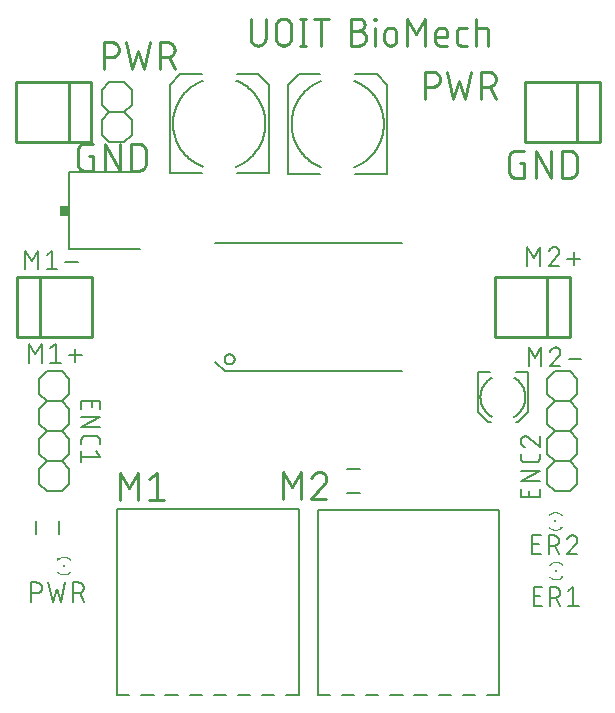
<source format=gto>
G75*
%MOIN*%
%OFA0B0*%
%FSLAX25Y25*%
%IPPOS*%
%LPD*%
%AMOC8*
5,1,8,0,0,1.08239X$1,22.5*
%
%ADD10C,0.00600*%
%ADD11C,0.00700*%
%ADD12C,0.01000*%
%ADD13C,0.00800*%
%ADD14C,0.00400*%
%ADD15R,0.00787X0.00787*%
%ADD16R,0.00591X0.00984*%
%ADD17C,0.00500*%
%ADD18R,0.03000X0.03400*%
D10*
X0007206Y0034765D02*
X0007206Y0041165D01*
X0008983Y0041165D01*
X0009066Y0041163D01*
X0009149Y0041157D01*
X0009232Y0041147D01*
X0009315Y0041134D01*
X0009396Y0041116D01*
X0009477Y0041095D01*
X0009556Y0041070D01*
X0009634Y0041041D01*
X0009711Y0041009D01*
X0009786Y0040973D01*
X0009860Y0040934D01*
X0009931Y0040891D01*
X0010001Y0040845D01*
X0010068Y0040795D01*
X0010133Y0040743D01*
X0010195Y0040688D01*
X0010255Y0040629D01*
X0010312Y0040568D01*
X0010366Y0040505D01*
X0010417Y0040439D01*
X0010464Y0040370D01*
X0010509Y0040300D01*
X0010550Y0040227D01*
X0010587Y0040153D01*
X0010622Y0040077D01*
X0010652Y0039999D01*
X0010679Y0039921D01*
X0010702Y0039840D01*
X0010722Y0039759D01*
X0010737Y0039677D01*
X0010749Y0039595D01*
X0010757Y0039512D01*
X0010761Y0039429D01*
X0010761Y0039345D01*
X0010757Y0039262D01*
X0010749Y0039179D01*
X0010737Y0039097D01*
X0010722Y0039015D01*
X0010702Y0038934D01*
X0010679Y0038853D01*
X0010652Y0038775D01*
X0010622Y0038697D01*
X0010587Y0038621D01*
X0010550Y0038547D01*
X0010509Y0038474D01*
X0010464Y0038404D01*
X0010417Y0038335D01*
X0010366Y0038269D01*
X0010312Y0038206D01*
X0010255Y0038145D01*
X0010195Y0038086D01*
X0010133Y0038031D01*
X0010068Y0037979D01*
X0010001Y0037929D01*
X0009931Y0037883D01*
X0009860Y0037840D01*
X0009786Y0037801D01*
X0009711Y0037765D01*
X0009634Y0037733D01*
X0009556Y0037704D01*
X0009477Y0037679D01*
X0009396Y0037658D01*
X0009315Y0037640D01*
X0009232Y0037627D01*
X0009149Y0037617D01*
X0009066Y0037611D01*
X0008983Y0037609D01*
X0007206Y0037609D01*
X0012825Y0041165D02*
X0014247Y0034765D01*
X0015670Y0039031D01*
X0017092Y0034765D01*
X0018514Y0041165D01*
X0021108Y0041165D02*
X0022885Y0041165D01*
X0021108Y0041165D02*
X0021108Y0034765D01*
X0021108Y0037609D02*
X0022885Y0037609D01*
X0023241Y0037609D02*
X0024663Y0034765D01*
X0022885Y0037609D02*
X0022968Y0037611D01*
X0023051Y0037617D01*
X0023134Y0037627D01*
X0023217Y0037640D01*
X0023298Y0037658D01*
X0023379Y0037679D01*
X0023458Y0037704D01*
X0023536Y0037733D01*
X0023613Y0037765D01*
X0023688Y0037801D01*
X0023762Y0037840D01*
X0023833Y0037883D01*
X0023903Y0037929D01*
X0023970Y0037979D01*
X0024035Y0038031D01*
X0024097Y0038086D01*
X0024157Y0038145D01*
X0024214Y0038206D01*
X0024268Y0038269D01*
X0024319Y0038335D01*
X0024366Y0038404D01*
X0024411Y0038474D01*
X0024452Y0038547D01*
X0024489Y0038621D01*
X0024524Y0038697D01*
X0024554Y0038775D01*
X0024581Y0038853D01*
X0024604Y0038934D01*
X0024624Y0039015D01*
X0024639Y0039097D01*
X0024651Y0039179D01*
X0024659Y0039262D01*
X0024663Y0039345D01*
X0024663Y0039429D01*
X0024659Y0039512D01*
X0024651Y0039595D01*
X0024639Y0039677D01*
X0024624Y0039759D01*
X0024604Y0039840D01*
X0024581Y0039921D01*
X0024554Y0039999D01*
X0024524Y0040077D01*
X0024489Y0040153D01*
X0024452Y0040227D01*
X0024411Y0040300D01*
X0024366Y0040370D01*
X0024319Y0040439D01*
X0024268Y0040505D01*
X0024214Y0040568D01*
X0024157Y0040629D01*
X0024097Y0040688D01*
X0024035Y0040743D01*
X0023970Y0040795D01*
X0023903Y0040845D01*
X0023833Y0040891D01*
X0023762Y0040934D01*
X0023688Y0040973D01*
X0023613Y0041009D01*
X0023536Y0041041D01*
X0023458Y0041070D01*
X0023379Y0041095D01*
X0023298Y0041116D01*
X0023217Y0041134D01*
X0023134Y0041147D01*
X0023051Y0041157D01*
X0022968Y0041163D01*
X0022885Y0041165D01*
X0017280Y0071551D02*
X0012280Y0071551D01*
X0009780Y0074051D01*
X0009780Y0079051D01*
X0012280Y0081551D01*
X0009780Y0084051D01*
X0009780Y0089051D01*
X0012280Y0091551D01*
X0009780Y0094051D01*
X0009780Y0099051D01*
X0012280Y0101551D01*
X0009780Y0104051D01*
X0009780Y0109051D01*
X0012280Y0111551D01*
X0017280Y0111551D01*
X0019780Y0109051D01*
X0019780Y0104051D01*
X0017280Y0101551D01*
X0019780Y0099051D01*
X0019780Y0094051D01*
X0017280Y0091551D01*
X0012280Y0091551D01*
X0017280Y0091551D02*
X0019780Y0089051D01*
X0019780Y0084051D01*
X0017280Y0081551D01*
X0019780Y0079051D01*
X0019780Y0074051D01*
X0017280Y0071551D01*
X0017280Y0081551D02*
X0012280Y0081551D01*
X0012280Y0101551D02*
X0017280Y0101551D01*
X0033146Y0187850D02*
X0030646Y0190350D01*
X0030646Y0195350D01*
X0033146Y0197850D01*
X0030646Y0200350D01*
X0030646Y0205350D01*
X0033146Y0207850D01*
X0038146Y0207850D01*
X0040646Y0205350D01*
X0040646Y0200350D01*
X0038146Y0197850D01*
X0040646Y0195350D01*
X0040646Y0190350D01*
X0038146Y0187850D01*
X0033146Y0187850D01*
X0033146Y0197850D02*
X0038146Y0197850D01*
X0179071Y0109051D02*
X0179071Y0104051D01*
X0181571Y0101551D01*
X0186571Y0101551D01*
X0189071Y0104051D01*
X0189071Y0109051D01*
X0186571Y0111551D01*
X0181571Y0111551D01*
X0179071Y0109051D01*
X0181571Y0101551D02*
X0179071Y0099051D01*
X0179071Y0094051D01*
X0181571Y0091551D01*
X0186571Y0091551D01*
X0189071Y0089051D01*
X0189071Y0084051D01*
X0186571Y0081551D01*
X0189071Y0079051D01*
X0189071Y0074051D01*
X0186571Y0071551D01*
X0181571Y0071551D01*
X0179071Y0074051D01*
X0179071Y0079051D01*
X0181571Y0081551D01*
X0179071Y0084051D01*
X0179071Y0089051D01*
X0181571Y0091551D01*
X0186571Y0091551D02*
X0189071Y0094051D01*
X0189071Y0099051D01*
X0186571Y0101551D01*
X0186571Y0081551D02*
X0181571Y0081551D01*
D11*
X0176591Y0082649D02*
X0176591Y0084049D01*
X0176591Y0082649D02*
X0176589Y0082576D01*
X0176583Y0082503D01*
X0176574Y0082430D01*
X0176560Y0082358D01*
X0176543Y0082287D01*
X0176522Y0082216D01*
X0176498Y0082147D01*
X0176470Y0082080D01*
X0176438Y0082013D01*
X0176403Y0081949D01*
X0176365Y0081887D01*
X0176324Y0081826D01*
X0176279Y0081768D01*
X0176231Y0081712D01*
X0176181Y0081659D01*
X0176128Y0081609D01*
X0176072Y0081561D01*
X0176014Y0081516D01*
X0175953Y0081475D01*
X0175891Y0081437D01*
X0175827Y0081402D01*
X0175760Y0081370D01*
X0175693Y0081342D01*
X0175624Y0081318D01*
X0175553Y0081297D01*
X0175482Y0081280D01*
X0175410Y0081266D01*
X0175337Y0081257D01*
X0175264Y0081251D01*
X0175191Y0081249D01*
X0171691Y0081249D01*
X0171618Y0081251D01*
X0171545Y0081257D01*
X0171472Y0081266D01*
X0171400Y0081280D01*
X0171329Y0081297D01*
X0171258Y0081318D01*
X0171189Y0081342D01*
X0171122Y0081370D01*
X0171055Y0081402D01*
X0170991Y0081437D01*
X0170929Y0081475D01*
X0170868Y0081516D01*
X0170810Y0081561D01*
X0170754Y0081609D01*
X0170701Y0081659D01*
X0170651Y0081712D01*
X0170603Y0081768D01*
X0170558Y0081826D01*
X0170517Y0081887D01*
X0170479Y0081949D01*
X0170444Y0082013D01*
X0170412Y0082080D01*
X0170384Y0082147D01*
X0170360Y0082216D01*
X0170339Y0082287D01*
X0170322Y0082358D01*
X0170308Y0082430D01*
X0170299Y0082503D01*
X0170293Y0082576D01*
X0170291Y0082649D01*
X0170291Y0084049D01*
X0173091Y0089370D02*
X0173034Y0089427D01*
X0172975Y0089481D01*
X0172913Y0089532D01*
X0172848Y0089581D01*
X0172781Y0089626D01*
X0172713Y0089668D01*
X0172642Y0089707D01*
X0172569Y0089742D01*
X0172495Y0089774D01*
X0172420Y0089802D01*
X0172343Y0089826D01*
X0172265Y0089847D01*
X0172186Y0089864D01*
X0172107Y0089878D01*
X0172027Y0089887D01*
X0171947Y0089893D01*
X0171866Y0089895D01*
X0173091Y0089369D02*
X0176591Y0086394D01*
X0176591Y0089894D01*
X0171691Y0086394D02*
X0171608Y0086423D01*
X0171526Y0086456D01*
X0171446Y0086492D01*
X0171368Y0086531D01*
X0171291Y0086574D01*
X0171217Y0086620D01*
X0171144Y0086669D01*
X0171073Y0086721D01*
X0171005Y0086776D01*
X0170940Y0086834D01*
X0170877Y0086895D01*
X0170816Y0086959D01*
X0170759Y0087025D01*
X0170704Y0087094D01*
X0170653Y0087165D01*
X0170604Y0087238D01*
X0170559Y0087313D01*
X0170517Y0087390D01*
X0170478Y0087469D01*
X0170443Y0087549D01*
X0170412Y0087631D01*
X0170383Y0087714D01*
X0170359Y0087799D01*
X0170338Y0087884D01*
X0170321Y0087970D01*
X0170308Y0088057D01*
X0170299Y0088144D01*
X0170293Y0088231D01*
X0170291Y0088319D01*
X0170293Y0088396D01*
X0170299Y0088473D01*
X0170308Y0088550D01*
X0170321Y0088626D01*
X0170338Y0088702D01*
X0170359Y0088776D01*
X0170383Y0088850D01*
X0170411Y0088922D01*
X0170442Y0088992D01*
X0170477Y0089061D01*
X0170515Y0089129D01*
X0170556Y0089194D01*
X0170601Y0089257D01*
X0170649Y0089318D01*
X0170699Y0089377D01*
X0170752Y0089433D01*
X0170808Y0089486D01*
X0170867Y0089536D01*
X0170928Y0089584D01*
X0170991Y0089629D01*
X0171056Y0089670D01*
X0171124Y0089708D01*
X0171193Y0089743D01*
X0171263Y0089774D01*
X0171335Y0089802D01*
X0171409Y0089826D01*
X0171483Y0089847D01*
X0171559Y0089864D01*
X0171635Y0089877D01*
X0171712Y0089886D01*
X0171789Y0089892D01*
X0171866Y0089894D01*
X0170291Y0078407D02*
X0176591Y0078407D01*
X0170291Y0074907D01*
X0176591Y0074907D01*
X0176591Y0072386D02*
X0176591Y0069586D01*
X0170291Y0069586D01*
X0170291Y0072386D01*
X0173091Y0071686D02*
X0173091Y0069586D01*
X0174221Y0056906D02*
X0177021Y0056906D01*
X0179582Y0056906D02*
X0181332Y0056906D01*
X0181414Y0056904D01*
X0181496Y0056898D01*
X0181577Y0056889D01*
X0181658Y0056875D01*
X0181739Y0056858D01*
X0181818Y0056837D01*
X0181896Y0056813D01*
X0181973Y0056784D01*
X0182049Y0056752D01*
X0182123Y0056717D01*
X0182195Y0056678D01*
X0182266Y0056636D01*
X0182334Y0056591D01*
X0182400Y0056542D01*
X0182464Y0056491D01*
X0182525Y0056436D01*
X0182584Y0056379D01*
X0182640Y0056319D01*
X0182693Y0056256D01*
X0182743Y0056191D01*
X0182790Y0056124D01*
X0182834Y0056055D01*
X0182874Y0055983D01*
X0182911Y0055910D01*
X0182945Y0055835D01*
X0182975Y0055759D01*
X0183001Y0055681D01*
X0183024Y0055602D01*
X0183043Y0055523D01*
X0183058Y0055442D01*
X0183070Y0055361D01*
X0183078Y0055279D01*
X0183082Y0055197D01*
X0183082Y0055115D01*
X0183078Y0055033D01*
X0183070Y0054951D01*
X0183058Y0054870D01*
X0183043Y0054789D01*
X0183024Y0054710D01*
X0183001Y0054631D01*
X0182975Y0054553D01*
X0182945Y0054477D01*
X0182911Y0054402D01*
X0182874Y0054329D01*
X0182834Y0054257D01*
X0182790Y0054188D01*
X0182743Y0054121D01*
X0182693Y0054056D01*
X0182640Y0053993D01*
X0182584Y0053933D01*
X0182525Y0053876D01*
X0182464Y0053821D01*
X0182400Y0053770D01*
X0182334Y0053721D01*
X0182266Y0053676D01*
X0182195Y0053634D01*
X0182123Y0053595D01*
X0182049Y0053560D01*
X0181973Y0053528D01*
X0181896Y0053499D01*
X0181818Y0053475D01*
X0181739Y0053454D01*
X0181658Y0053437D01*
X0181577Y0053423D01*
X0181496Y0053414D01*
X0181414Y0053408D01*
X0181332Y0053406D01*
X0179582Y0053406D01*
X0181682Y0053406D02*
X0183082Y0050606D01*
X0185696Y0050606D02*
X0189196Y0050606D01*
X0185696Y0050606D02*
X0188671Y0054106D01*
X0187621Y0056905D02*
X0187533Y0056903D01*
X0187446Y0056897D01*
X0187359Y0056888D01*
X0187272Y0056875D01*
X0187186Y0056858D01*
X0187101Y0056837D01*
X0187016Y0056813D01*
X0186933Y0056784D01*
X0186851Y0056753D01*
X0186771Y0056718D01*
X0186692Y0056679D01*
X0186615Y0056637D01*
X0186540Y0056592D01*
X0186467Y0056543D01*
X0186396Y0056492D01*
X0186327Y0056437D01*
X0186261Y0056380D01*
X0186197Y0056319D01*
X0186136Y0056256D01*
X0186078Y0056191D01*
X0186023Y0056123D01*
X0185971Y0056052D01*
X0185922Y0055979D01*
X0185876Y0055905D01*
X0185833Y0055828D01*
X0185794Y0055750D01*
X0185758Y0055670D01*
X0185725Y0055588D01*
X0185696Y0055505D01*
X0188671Y0054106D02*
X0188728Y0054163D01*
X0188782Y0054222D01*
X0188833Y0054284D01*
X0188882Y0054349D01*
X0188927Y0054416D01*
X0188969Y0054484D01*
X0189008Y0054555D01*
X0189043Y0054628D01*
X0189075Y0054702D01*
X0189103Y0054777D01*
X0189127Y0054854D01*
X0189148Y0054932D01*
X0189165Y0055011D01*
X0189179Y0055090D01*
X0189188Y0055170D01*
X0189194Y0055250D01*
X0189196Y0055331D01*
X0189194Y0055408D01*
X0189188Y0055485D01*
X0189179Y0055562D01*
X0189166Y0055638D01*
X0189149Y0055714D01*
X0189128Y0055788D01*
X0189104Y0055862D01*
X0189076Y0055934D01*
X0189045Y0056004D01*
X0189010Y0056073D01*
X0188972Y0056141D01*
X0188931Y0056206D01*
X0188886Y0056269D01*
X0188838Y0056330D01*
X0188788Y0056389D01*
X0188735Y0056445D01*
X0188679Y0056498D01*
X0188620Y0056548D01*
X0188559Y0056596D01*
X0188496Y0056641D01*
X0188431Y0056682D01*
X0188363Y0056720D01*
X0188294Y0056755D01*
X0188224Y0056786D01*
X0188152Y0056814D01*
X0188078Y0056838D01*
X0188004Y0056859D01*
X0187928Y0056876D01*
X0187852Y0056889D01*
X0187775Y0056898D01*
X0187698Y0056904D01*
X0187621Y0056906D01*
X0179582Y0056906D02*
X0179582Y0050606D01*
X0177021Y0050606D02*
X0174221Y0050606D01*
X0174221Y0056906D01*
X0174221Y0054106D02*
X0176321Y0054106D01*
X0177415Y0039583D02*
X0174615Y0039583D01*
X0174615Y0033283D01*
X0177415Y0033283D01*
X0179975Y0033283D02*
X0179975Y0039583D01*
X0181725Y0039583D01*
X0181807Y0039581D01*
X0181889Y0039575D01*
X0181970Y0039566D01*
X0182051Y0039552D01*
X0182132Y0039535D01*
X0182211Y0039514D01*
X0182289Y0039490D01*
X0182366Y0039461D01*
X0182442Y0039429D01*
X0182516Y0039394D01*
X0182588Y0039355D01*
X0182659Y0039313D01*
X0182727Y0039268D01*
X0182793Y0039219D01*
X0182857Y0039168D01*
X0182918Y0039113D01*
X0182977Y0039056D01*
X0183033Y0038996D01*
X0183086Y0038933D01*
X0183136Y0038868D01*
X0183183Y0038801D01*
X0183227Y0038732D01*
X0183267Y0038660D01*
X0183304Y0038587D01*
X0183338Y0038512D01*
X0183368Y0038436D01*
X0183394Y0038358D01*
X0183417Y0038279D01*
X0183436Y0038200D01*
X0183451Y0038119D01*
X0183463Y0038038D01*
X0183471Y0037956D01*
X0183475Y0037874D01*
X0183475Y0037792D01*
X0183471Y0037710D01*
X0183463Y0037628D01*
X0183451Y0037547D01*
X0183436Y0037466D01*
X0183417Y0037387D01*
X0183394Y0037308D01*
X0183368Y0037230D01*
X0183338Y0037154D01*
X0183304Y0037079D01*
X0183267Y0037006D01*
X0183227Y0036934D01*
X0183183Y0036865D01*
X0183136Y0036798D01*
X0183086Y0036733D01*
X0183033Y0036670D01*
X0182977Y0036610D01*
X0182918Y0036553D01*
X0182857Y0036498D01*
X0182793Y0036447D01*
X0182727Y0036398D01*
X0182659Y0036353D01*
X0182588Y0036311D01*
X0182516Y0036272D01*
X0182442Y0036237D01*
X0182366Y0036205D01*
X0182289Y0036176D01*
X0182211Y0036152D01*
X0182132Y0036131D01*
X0182051Y0036114D01*
X0181970Y0036100D01*
X0181889Y0036091D01*
X0181807Y0036085D01*
X0181725Y0036083D01*
X0179975Y0036083D01*
X0182075Y0036083D02*
X0183475Y0033283D01*
X0186090Y0033283D02*
X0189590Y0033283D01*
X0187840Y0033283D02*
X0187840Y0039583D01*
X0186090Y0038183D01*
X0176715Y0036783D02*
X0174615Y0036783D01*
X0172942Y0113204D02*
X0172942Y0119504D01*
X0175042Y0116004D01*
X0177142Y0119504D01*
X0177142Y0113204D01*
X0180061Y0113204D02*
X0183561Y0113204D01*
X0180061Y0113204D02*
X0183036Y0116704D01*
X0181986Y0119504D02*
X0181898Y0119502D01*
X0181811Y0119496D01*
X0181724Y0119487D01*
X0181637Y0119474D01*
X0181551Y0119457D01*
X0181466Y0119436D01*
X0181381Y0119412D01*
X0181298Y0119383D01*
X0181216Y0119352D01*
X0181136Y0119317D01*
X0181057Y0119278D01*
X0180980Y0119236D01*
X0180905Y0119191D01*
X0180832Y0119142D01*
X0180761Y0119091D01*
X0180692Y0119036D01*
X0180626Y0118979D01*
X0180562Y0118918D01*
X0180501Y0118855D01*
X0180443Y0118790D01*
X0180388Y0118722D01*
X0180336Y0118651D01*
X0180287Y0118578D01*
X0180241Y0118504D01*
X0180198Y0118427D01*
X0180159Y0118349D01*
X0180123Y0118269D01*
X0180090Y0118187D01*
X0180061Y0118104D01*
X0183037Y0116704D02*
X0183094Y0116761D01*
X0183148Y0116820D01*
X0183199Y0116882D01*
X0183248Y0116947D01*
X0183293Y0117014D01*
X0183335Y0117082D01*
X0183374Y0117153D01*
X0183409Y0117226D01*
X0183441Y0117300D01*
X0183469Y0117375D01*
X0183493Y0117452D01*
X0183514Y0117530D01*
X0183531Y0117609D01*
X0183545Y0117688D01*
X0183554Y0117768D01*
X0183560Y0117848D01*
X0183562Y0117929D01*
X0183561Y0117929D02*
X0183559Y0118006D01*
X0183553Y0118083D01*
X0183544Y0118160D01*
X0183531Y0118236D01*
X0183514Y0118312D01*
X0183493Y0118386D01*
X0183469Y0118460D01*
X0183441Y0118532D01*
X0183410Y0118602D01*
X0183375Y0118671D01*
X0183337Y0118739D01*
X0183296Y0118804D01*
X0183251Y0118867D01*
X0183203Y0118928D01*
X0183153Y0118987D01*
X0183100Y0119043D01*
X0183044Y0119096D01*
X0182985Y0119146D01*
X0182924Y0119194D01*
X0182861Y0119239D01*
X0182796Y0119280D01*
X0182728Y0119318D01*
X0182659Y0119353D01*
X0182589Y0119384D01*
X0182517Y0119412D01*
X0182443Y0119436D01*
X0182369Y0119457D01*
X0182293Y0119474D01*
X0182217Y0119487D01*
X0182140Y0119496D01*
X0182063Y0119502D01*
X0181986Y0119504D01*
X0186276Y0115654D02*
X0190476Y0115654D01*
X0187982Y0147019D02*
X0187982Y0151219D01*
X0185882Y0149119D02*
X0190082Y0149119D01*
X0183168Y0146669D02*
X0179668Y0146669D01*
X0182643Y0150169D01*
X0181593Y0152968D02*
X0181505Y0152966D01*
X0181418Y0152960D01*
X0181331Y0152951D01*
X0181244Y0152938D01*
X0181158Y0152921D01*
X0181073Y0152900D01*
X0180988Y0152876D01*
X0180905Y0152847D01*
X0180823Y0152816D01*
X0180743Y0152781D01*
X0180664Y0152742D01*
X0180587Y0152700D01*
X0180512Y0152655D01*
X0180439Y0152606D01*
X0180368Y0152555D01*
X0180299Y0152500D01*
X0180233Y0152443D01*
X0180169Y0152382D01*
X0180108Y0152319D01*
X0180050Y0152254D01*
X0179995Y0152186D01*
X0179943Y0152115D01*
X0179894Y0152042D01*
X0179848Y0151968D01*
X0179805Y0151891D01*
X0179766Y0151813D01*
X0179730Y0151733D01*
X0179697Y0151651D01*
X0179668Y0151568D01*
X0182643Y0150169D02*
X0182700Y0150226D01*
X0182754Y0150285D01*
X0182805Y0150347D01*
X0182854Y0150412D01*
X0182899Y0150479D01*
X0182941Y0150547D01*
X0182980Y0150618D01*
X0183015Y0150691D01*
X0183047Y0150765D01*
X0183075Y0150840D01*
X0183099Y0150917D01*
X0183120Y0150995D01*
X0183137Y0151074D01*
X0183151Y0151153D01*
X0183160Y0151233D01*
X0183166Y0151313D01*
X0183168Y0151394D01*
X0183166Y0151471D01*
X0183160Y0151548D01*
X0183151Y0151625D01*
X0183138Y0151701D01*
X0183121Y0151777D01*
X0183100Y0151851D01*
X0183076Y0151925D01*
X0183048Y0151997D01*
X0183017Y0152067D01*
X0182982Y0152136D01*
X0182944Y0152204D01*
X0182903Y0152269D01*
X0182858Y0152332D01*
X0182810Y0152393D01*
X0182760Y0152452D01*
X0182707Y0152508D01*
X0182651Y0152561D01*
X0182592Y0152611D01*
X0182531Y0152659D01*
X0182468Y0152704D01*
X0182403Y0152745D01*
X0182335Y0152783D01*
X0182266Y0152818D01*
X0182196Y0152849D01*
X0182124Y0152877D01*
X0182050Y0152901D01*
X0181976Y0152922D01*
X0181900Y0152939D01*
X0181824Y0152952D01*
X0181747Y0152961D01*
X0181670Y0152967D01*
X0181593Y0152969D01*
X0176748Y0152969D02*
X0176748Y0146669D01*
X0174648Y0149469D02*
X0176748Y0152969D01*
X0174648Y0149469D02*
X0172548Y0152969D01*
X0172548Y0146669D01*
X0030134Y0101705D02*
X0030134Y0098905D01*
X0030134Y0096385D02*
X0023834Y0092885D01*
X0030134Y0092885D01*
X0028734Y0090043D02*
X0025234Y0090043D01*
X0025161Y0090041D01*
X0025088Y0090035D01*
X0025015Y0090026D01*
X0024943Y0090012D01*
X0024872Y0089995D01*
X0024801Y0089974D01*
X0024732Y0089950D01*
X0024665Y0089922D01*
X0024598Y0089890D01*
X0024534Y0089855D01*
X0024472Y0089817D01*
X0024411Y0089776D01*
X0024353Y0089731D01*
X0024297Y0089683D01*
X0024244Y0089633D01*
X0024194Y0089580D01*
X0024146Y0089524D01*
X0024101Y0089466D01*
X0024060Y0089405D01*
X0024022Y0089343D01*
X0023987Y0089279D01*
X0023955Y0089212D01*
X0023927Y0089145D01*
X0023903Y0089076D01*
X0023882Y0089005D01*
X0023865Y0088934D01*
X0023851Y0088862D01*
X0023842Y0088789D01*
X0023836Y0088716D01*
X0023834Y0088643D01*
X0023834Y0087243D01*
X0023834Y0084897D02*
X0023834Y0081397D01*
X0023834Y0083147D02*
X0030134Y0083147D01*
X0028734Y0084897D01*
X0030134Y0087243D02*
X0030134Y0088643D01*
X0030132Y0088716D01*
X0030126Y0088789D01*
X0030117Y0088862D01*
X0030103Y0088934D01*
X0030086Y0089005D01*
X0030065Y0089076D01*
X0030041Y0089145D01*
X0030013Y0089212D01*
X0029981Y0089279D01*
X0029946Y0089343D01*
X0029908Y0089405D01*
X0029867Y0089466D01*
X0029822Y0089524D01*
X0029774Y0089580D01*
X0029724Y0089633D01*
X0029671Y0089683D01*
X0029615Y0089731D01*
X0029557Y0089776D01*
X0029496Y0089817D01*
X0029434Y0089855D01*
X0029370Y0089890D01*
X0029303Y0089922D01*
X0029236Y0089950D01*
X0029167Y0089974D01*
X0029096Y0089995D01*
X0029025Y0090012D01*
X0028953Y0090026D01*
X0028880Y0090035D01*
X0028807Y0090041D01*
X0028734Y0090043D01*
X0030134Y0096385D02*
X0023834Y0096385D01*
X0023834Y0098905D02*
X0023834Y0101705D01*
X0030134Y0101705D01*
X0027334Y0101705D02*
X0027334Y0099605D01*
X0021840Y0114735D02*
X0021840Y0118935D01*
X0019740Y0116835D02*
X0023940Y0116835D01*
X0017026Y0114385D02*
X0013526Y0114385D01*
X0015276Y0114385D02*
X0015276Y0120685D01*
X0013526Y0119285D01*
X0010606Y0120685D02*
X0010606Y0114385D01*
X0008506Y0117185D02*
X0010606Y0120685D01*
X0008506Y0117185D02*
X0006406Y0120685D01*
X0006406Y0114385D01*
X0005225Y0145488D02*
X0005225Y0151788D01*
X0007325Y0148288D01*
X0009425Y0151788D01*
X0009425Y0145488D01*
X0012345Y0145488D02*
X0015845Y0145488D01*
X0014095Y0145488D02*
X0014095Y0151788D01*
X0012345Y0150388D01*
X0018559Y0147938D02*
X0022759Y0147938D01*
D12*
X0027437Y0142850D02*
X0027437Y0122850D01*
X0009937Y0122850D01*
X0009937Y0142850D01*
X0027437Y0142850D01*
X0009937Y0142850D02*
X0002437Y0142850D01*
X0002437Y0122850D01*
X0009937Y0122850D01*
X0036891Y0077547D02*
X0039891Y0072547D01*
X0042891Y0077547D01*
X0042891Y0068547D01*
X0046433Y0068547D02*
X0051433Y0068547D01*
X0048933Y0068547D02*
X0048933Y0077547D01*
X0046433Y0075547D01*
X0036891Y0077547D02*
X0036891Y0068547D01*
X0090973Y0068941D02*
X0090973Y0077941D01*
X0093973Y0072941D01*
X0096973Y0077941D01*
X0096973Y0068941D01*
X0100515Y0068941D02*
X0105515Y0068941D01*
X0100515Y0068941D02*
X0104765Y0073941D01*
X0103265Y0077941D02*
X0103158Y0077939D01*
X0103051Y0077933D01*
X0102945Y0077923D01*
X0102839Y0077909D01*
X0102733Y0077892D01*
X0102629Y0077870D01*
X0102525Y0077845D01*
X0102422Y0077815D01*
X0102320Y0077782D01*
X0102220Y0077745D01*
X0102121Y0077705D01*
X0102024Y0077661D01*
X0101928Y0077613D01*
X0101834Y0077562D01*
X0101742Y0077507D01*
X0101652Y0077449D01*
X0101565Y0077388D01*
X0101479Y0077324D01*
X0101396Y0077256D01*
X0101316Y0077185D01*
X0101239Y0077112D01*
X0101164Y0077036D01*
X0101092Y0076956D01*
X0101023Y0076875D01*
X0100957Y0076791D01*
X0100894Y0076704D01*
X0100834Y0076615D01*
X0100778Y0076524D01*
X0100725Y0076431D01*
X0100676Y0076336D01*
X0100630Y0076240D01*
X0100588Y0076142D01*
X0100549Y0076042D01*
X0100515Y0075941D01*
X0104765Y0073941D02*
X0104834Y0074010D01*
X0104901Y0074081D01*
X0104965Y0074156D01*
X0105025Y0074232D01*
X0105083Y0074312D01*
X0105137Y0074393D01*
X0105188Y0074477D01*
X0105235Y0074562D01*
X0105279Y0074650D01*
X0105320Y0074739D01*
X0105356Y0074830D01*
X0105389Y0074922D01*
X0105419Y0075015D01*
X0105444Y0075110D01*
X0105466Y0075205D01*
X0105483Y0075301D01*
X0105497Y0075398D01*
X0105507Y0075495D01*
X0105513Y0075593D01*
X0105515Y0075691D01*
X0105513Y0075784D01*
X0105507Y0075877D01*
X0105498Y0075969D01*
X0105484Y0076061D01*
X0105467Y0076153D01*
X0105446Y0076243D01*
X0105421Y0076333D01*
X0105393Y0076422D01*
X0105361Y0076509D01*
X0105325Y0076595D01*
X0105286Y0076679D01*
X0105244Y0076762D01*
X0105198Y0076843D01*
X0105149Y0076922D01*
X0105096Y0076998D01*
X0105041Y0077073D01*
X0104982Y0077145D01*
X0104920Y0077215D01*
X0104856Y0077282D01*
X0104789Y0077346D01*
X0104719Y0077408D01*
X0104647Y0077467D01*
X0104572Y0077522D01*
X0104496Y0077575D01*
X0104417Y0077624D01*
X0104336Y0077670D01*
X0104253Y0077712D01*
X0104169Y0077751D01*
X0104083Y0077787D01*
X0103996Y0077819D01*
X0103907Y0077847D01*
X0103817Y0077872D01*
X0103727Y0077893D01*
X0103635Y0077910D01*
X0103543Y0077924D01*
X0103451Y0077933D01*
X0103358Y0077939D01*
X0103265Y0077941D01*
X0161571Y0122890D02*
X0161571Y0142890D01*
X0179071Y0142890D01*
X0179071Y0122890D01*
X0161571Y0122890D01*
X0179071Y0122890D02*
X0186571Y0122890D01*
X0186571Y0142890D01*
X0179071Y0142890D01*
X0180272Y0176028D02*
X0180272Y0185028D01*
X0184040Y0185028D02*
X0186540Y0185028D01*
X0184040Y0185028D02*
X0184040Y0176028D01*
X0186540Y0176028D01*
X0186638Y0176030D01*
X0186736Y0176036D01*
X0186834Y0176045D01*
X0186931Y0176059D01*
X0187028Y0176076D01*
X0187124Y0176097D01*
X0187219Y0176122D01*
X0187313Y0176150D01*
X0187405Y0176183D01*
X0187497Y0176218D01*
X0187587Y0176258D01*
X0187675Y0176300D01*
X0187762Y0176347D01*
X0187846Y0176396D01*
X0187929Y0176449D01*
X0188009Y0176505D01*
X0188088Y0176565D01*
X0188164Y0176627D01*
X0188237Y0176692D01*
X0188308Y0176760D01*
X0188376Y0176831D01*
X0188441Y0176904D01*
X0188503Y0176980D01*
X0188563Y0177059D01*
X0188619Y0177139D01*
X0188672Y0177222D01*
X0188721Y0177306D01*
X0188768Y0177393D01*
X0188810Y0177481D01*
X0188850Y0177571D01*
X0188885Y0177663D01*
X0188918Y0177755D01*
X0188946Y0177849D01*
X0188971Y0177944D01*
X0188992Y0178040D01*
X0189009Y0178137D01*
X0189023Y0178234D01*
X0189032Y0178332D01*
X0189038Y0178430D01*
X0189040Y0178528D01*
X0189040Y0182528D01*
X0189038Y0182626D01*
X0189032Y0182724D01*
X0189023Y0182822D01*
X0189009Y0182919D01*
X0188992Y0183016D01*
X0188971Y0183112D01*
X0188946Y0183207D01*
X0188918Y0183301D01*
X0188885Y0183393D01*
X0188850Y0183485D01*
X0188810Y0183575D01*
X0188768Y0183663D01*
X0188721Y0183750D01*
X0188672Y0183834D01*
X0188619Y0183917D01*
X0188563Y0183997D01*
X0188503Y0184076D01*
X0188441Y0184152D01*
X0188376Y0184225D01*
X0188308Y0184296D01*
X0188237Y0184364D01*
X0188164Y0184429D01*
X0188088Y0184491D01*
X0188009Y0184551D01*
X0187929Y0184607D01*
X0187846Y0184660D01*
X0187762Y0184709D01*
X0187675Y0184756D01*
X0187587Y0184798D01*
X0187497Y0184838D01*
X0187405Y0184873D01*
X0187313Y0184906D01*
X0187219Y0184934D01*
X0187124Y0184959D01*
X0187028Y0184980D01*
X0186931Y0184997D01*
X0186834Y0185011D01*
X0186736Y0185020D01*
X0186638Y0185026D01*
X0186540Y0185028D01*
X0189071Y0187850D02*
X0189071Y0207850D01*
X0196571Y0207850D01*
X0196571Y0187850D01*
X0189071Y0187850D01*
X0171571Y0187850D01*
X0171571Y0207850D01*
X0189071Y0207850D01*
X0175272Y0185028D02*
X0180272Y0176028D01*
X0175272Y0176028D02*
X0175272Y0185028D01*
X0171504Y0185028D02*
X0168504Y0185028D01*
X0168417Y0185026D01*
X0168330Y0185020D01*
X0168243Y0185011D01*
X0168157Y0184998D01*
X0168071Y0184981D01*
X0167986Y0184960D01*
X0167903Y0184935D01*
X0167820Y0184907D01*
X0167739Y0184876D01*
X0167659Y0184841D01*
X0167581Y0184802D01*
X0167504Y0184760D01*
X0167429Y0184715D01*
X0167357Y0184666D01*
X0167286Y0184615D01*
X0167218Y0184560D01*
X0167153Y0184503D01*
X0167090Y0184442D01*
X0167029Y0184379D01*
X0166972Y0184314D01*
X0166917Y0184246D01*
X0166866Y0184175D01*
X0166817Y0184103D01*
X0166772Y0184028D01*
X0166730Y0183951D01*
X0166691Y0183873D01*
X0166656Y0183793D01*
X0166625Y0183712D01*
X0166597Y0183629D01*
X0166572Y0183546D01*
X0166551Y0183461D01*
X0166534Y0183375D01*
X0166521Y0183289D01*
X0166512Y0183202D01*
X0166506Y0183115D01*
X0166504Y0183028D01*
X0166504Y0178028D01*
X0166506Y0177941D01*
X0166512Y0177854D01*
X0166521Y0177767D01*
X0166534Y0177681D01*
X0166551Y0177595D01*
X0166572Y0177510D01*
X0166597Y0177427D01*
X0166625Y0177344D01*
X0166656Y0177263D01*
X0166691Y0177183D01*
X0166730Y0177105D01*
X0166772Y0177028D01*
X0166817Y0176953D01*
X0166866Y0176881D01*
X0166917Y0176810D01*
X0166972Y0176742D01*
X0167029Y0176677D01*
X0167090Y0176614D01*
X0167153Y0176553D01*
X0167218Y0176496D01*
X0167286Y0176441D01*
X0167357Y0176390D01*
X0167429Y0176341D01*
X0167504Y0176296D01*
X0167581Y0176254D01*
X0167659Y0176215D01*
X0167739Y0176180D01*
X0167820Y0176149D01*
X0167903Y0176121D01*
X0167986Y0176096D01*
X0168071Y0176075D01*
X0168157Y0176058D01*
X0168243Y0176045D01*
X0168330Y0176036D01*
X0168417Y0176030D01*
X0168504Y0176028D01*
X0171504Y0176028D01*
X0171504Y0181028D01*
X0170004Y0181028D01*
X0162007Y0202406D02*
X0160007Y0206406D01*
X0159507Y0206406D02*
X0157007Y0206406D01*
X0159507Y0206406D02*
X0159605Y0206408D01*
X0159703Y0206414D01*
X0159801Y0206423D01*
X0159898Y0206437D01*
X0159995Y0206454D01*
X0160091Y0206475D01*
X0160186Y0206500D01*
X0160280Y0206528D01*
X0160372Y0206561D01*
X0160464Y0206596D01*
X0160554Y0206636D01*
X0160642Y0206678D01*
X0160729Y0206725D01*
X0160813Y0206774D01*
X0160896Y0206827D01*
X0160976Y0206883D01*
X0161055Y0206943D01*
X0161131Y0207005D01*
X0161204Y0207070D01*
X0161275Y0207138D01*
X0161343Y0207209D01*
X0161408Y0207282D01*
X0161470Y0207358D01*
X0161530Y0207437D01*
X0161586Y0207517D01*
X0161639Y0207600D01*
X0161688Y0207684D01*
X0161735Y0207771D01*
X0161777Y0207859D01*
X0161817Y0207949D01*
X0161852Y0208041D01*
X0161885Y0208133D01*
X0161913Y0208227D01*
X0161938Y0208322D01*
X0161959Y0208418D01*
X0161976Y0208515D01*
X0161990Y0208612D01*
X0161999Y0208710D01*
X0162005Y0208808D01*
X0162007Y0208906D01*
X0162005Y0209004D01*
X0161999Y0209102D01*
X0161990Y0209200D01*
X0161976Y0209297D01*
X0161959Y0209394D01*
X0161938Y0209490D01*
X0161913Y0209585D01*
X0161885Y0209679D01*
X0161852Y0209771D01*
X0161817Y0209863D01*
X0161777Y0209953D01*
X0161735Y0210041D01*
X0161688Y0210128D01*
X0161639Y0210212D01*
X0161586Y0210295D01*
X0161530Y0210375D01*
X0161470Y0210454D01*
X0161408Y0210530D01*
X0161343Y0210603D01*
X0161275Y0210674D01*
X0161204Y0210742D01*
X0161131Y0210807D01*
X0161055Y0210869D01*
X0160976Y0210929D01*
X0160896Y0210985D01*
X0160813Y0211038D01*
X0160729Y0211087D01*
X0160642Y0211134D01*
X0160554Y0211176D01*
X0160464Y0211216D01*
X0160372Y0211251D01*
X0160280Y0211284D01*
X0160186Y0211312D01*
X0160091Y0211337D01*
X0159995Y0211358D01*
X0159898Y0211375D01*
X0159801Y0211389D01*
X0159703Y0211398D01*
X0159605Y0211404D01*
X0159507Y0211406D01*
X0157007Y0211406D01*
X0157007Y0202406D01*
X0151884Y0202406D02*
X0153884Y0211406D01*
X0149884Y0208406D02*
X0151884Y0202406D01*
X0147884Y0202406D02*
X0149884Y0208406D01*
X0145884Y0211406D02*
X0147884Y0202406D01*
X0140918Y0206406D02*
X0138418Y0206406D01*
X0140918Y0206406D02*
X0141016Y0206408D01*
X0141114Y0206414D01*
X0141212Y0206423D01*
X0141309Y0206437D01*
X0141406Y0206454D01*
X0141502Y0206475D01*
X0141597Y0206500D01*
X0141691Y0206528D01*
X0141783Y0206561D01*
X0141875Y0206596D01*
X0141965Y0206636D01*
X0142053Y0206678D01*
X0142140Y0206725D01*
X0142224Y0206774D01*
X0142307Y0206827D01*
X0142387Y0206883D01*
X0142466Y0206943D01*
X0142542Y0207005D01*
X0142615Y0207070D01*
X0142686Y0207138D01*
X0142754Y0207209D01*
X0142819Y0207282D01*
X0142881Y0207358D01*
X0142941Y0207437D01*
X0142997Y0207517D01*
X0143050Y0207600D01*
X0143099Y0207684D01*
X0143146Y0207771D01*
X0143188Y0207859D01*
X0143228Y0207949D01*
X0143263Y0208041D01*
X0143296Y0208133D01*
X0143324Y0208227D01*
X0143349Y0208322D01*
X0143370Y0208418D01*
X0143387Y0208515D01*
X0143401Y0208612D01*
X0143410Y0208710D01*
X0143416Y0208808D01*
X0143418Y0208906D01*
X0143416Y0209004D01*
X0143410Y0209102D01*
X0143401Y0209200D01*
X0143387Y0209297D01*
X0143370Y0209394D01*
X0143349Y0209490D01*
X0143324Y0209585D01*
X0143296Y0209679D01*
X0143263Y0209771D01*
X0143228Y0209863D01*
X0143188Y0209953D01*
X0143146Y0210041D01*
X0143099Y0210128D01*
X0143050Y0210212D01*
X0142997Y0210295D01*
X0142941Y0210375D01*
X0142881Y0210454D01*
X0142819Y0210530D01*
X0142754Y0210603D01*
X0142686Y0210674D01*
X0142615Y0210742D01*
X0142542Y0210807D01*
X0142466Y0210869D01*
X0142387Y0210929D01*
X0142307Y0210985D01*
X0142224Y0211038D01*
X0142140Y0211087D01*
X0142053Y0211134D01*
X0141965Y0211176D01*
X0141875Y0211216D01*
X0141783Y0211251D01*
X0141691Y0211284D01*
X0141597Y0211312D01*
X0141502Y0211337D01*
X0141406Y0211358D01*
X0141309Y0211375D01*
X0141212Y0211389D01*
X0141114Y0211398D01*
X0141016Y0211404D01*
X0140918Y0211406D01*
X0138418Y0211406D01*
X0138418Y0202406D01*
X0138355Y0220122D02*
X0138355Y0229122D01*
X0135355Y0224122D01*
X0132355Y0229122D01*
X0132355Y0220122D01*
X0128861Y0222122D02*
X0128861Y0224122D01*
X0128859Y0224210D01*
X0128853Y0224299D01*
X0128843Y0224387D01*
X0128830Y0224474D01*
X0128812Y0224561D01*
X0128791Y0224647D01*
X0128766Y0224732D01*
X0128737Y0224815D01*
X0128704Y0224898D01*
X0128668Y0224978D01*
X0128629Y0225057D01*
X0128586Y0225135D01*
X0128539Y0225210D01*
X0128489Y0225283D01*
X0128436Y0225354D01*
X0128380Y0225423D01*
X0128321Y0225489D01*
X0128259Y0225552D01*
X0128195Y0225612D01*
X0128128Y0225670D01*
X0128058Y0225724D01*
X0127986Y0225776D01*
X0127912Y0225824D01*
X0127835Y0225869D01*
X0127757Y0225910D01*
X0127677Y0225948D01*
X0127596Y0225982D01*
X0127513Y0226013D01*
X0127428Y0226040D01*
X0127343Y0226063D01*
X0127257Y0226082D01*
X0127169Y0226098D01*
X0127082Y0226110D01*
X0126994Y0226118D01*
X0126905Y0226122D01*
X0126817Y0226122D01*
X0126728Y0226118D01*
X0126640Y0226110D01*
X0126553Y0226098D01*
X0126465Y0226082D01*
X0126379Y0226063D01*
X0126294Y0226040D01*
X0126209Y0226013D01*
X0126126Y0225982D01*
X0126045Y0225948D01*
X0125965Y0225910D01*
X0125887Y0225869D01*
X0125810Y0225824D01*
X0125736Y0225776D01*
X0125664Y0225724D01*
X0125594Y0225670D01*
X0125527Y0225612D01*
X0125463Y0225552D01*
X0125401Y0225489D01*
X0125342Y0225423D01*
X0125286Y0225354D01*
X0125233Y0225283D01*
X0125183Y0225210D01*
X0125136Y0225135D01*
X0125093Y0225057D01*
X0125054Y0224978D01*
X0125018Y0224898D01*
X0124985Y0224815D01*
X0124956Y0224732D01*
X0124931Y0224647D01*
X0124910Y0224561D01*
X0124892Y0224474D01*
X0124879Y0224387D01*
X0124869Y0224299D01*
X0124863Y0224210D01*
X0124861Y0224122D01*
X0124861Y0222122D01*
X0124863Y0222034D01*
X0124869Y0221945D01*
X0124879Y0221857D01*
X0124892Y0221770D01*
X0124910Y0221683D01*
X0124931Y0221597D01*
X0124956Y0221512D01*
X0124985Y0221429D01*
X0125018Y0221346D01*
X0125054Y0221266D01*
X0125093Y0221187D01*
X0125136Y0221109D01*
X0125183Y0221034D01*
X0125233Y0220961D01*
X0125286Y0220890D01*
X0125342Y0220821D01*
X0125401Y0220755D01*
X0125463Y0220692D01*
X0125527Y0220632D01*
X0125594Y0220574D01*
X0125664Y0220520D01*
X0125736Y0220468D01*
X0125810Y0220420D01*
X0125887Y0220375D01*
X0125965Y0220334D01*
X0126045Y0220296D01*
X0126126Y0220262D01*
X0126209Y0220231D01*
X0126294Y0220204D01*
X0126379Y0220181D01*
X0126465Y0220162D01*
X0126553Y0220146D01*
X0126640Y0220134D01*
X0126728Y0220126D01*
X0126817Y0220122D01*
X0126905Y0220122D01*
X0126994Y0220126D01*
X0127082Y0220134D01*
X0127169Y0220146D01*
X0127257Y0220162D01*
X0127343Y0220181D01*
X0127428Y0220204D01*
X0127513Y0220231D01*
X0127596Y0220262D01*
X0127677Y0220296D01*
X0127757Y0220334D01*
X0127835Y0220375D01*
X0127912Y0220420D01*
X0127986Y0220468D01*
X0128058Y0220520D01*
X0128128Y0220574D01*
X0128195Y0220632D01*
X0128259Y0220692D01*
X0128321Y0220755D01*
X0128380Y0220821D01*
X0128436Y0220890D01*
X0128489Y0220961D01*
X0128539Y0221034D01*
X0128586Y0221109D01*
X0128629Y0221187D01*
X0128668Y0221266D01*
X0128704Y0221346D01*
X0128737Y0221429D01*
X0128766Y0221512D01*
X0128791Y0221597D01*
X0128812Y0221683D01*
X0128830Y0221770D01*
X0128843Y0221857D01*
X0128853Y0221945D01*
X0128859Y0222034D01*
X0128861Y0222122D01*
X0121655Y0220122D02*
X0121655Y0226122D01*
X0121905Y0228622D02*
X0121405Y0228622D01*
X0121405Y0229122D01*
X0121905Y0229122D01*
X0121905Y0228622D01*
X0116250Y0229122D02*
X0113750Y0229122D01*
X0113750Y0220122D01*
X0116250Y0220122D01*
X0116348Y0220124D01*
X0116446Y0220130D01*
X0116544Y0220139D01*
X0116641Y0220153D01*
X0116738Y0220170D01*
X0116834Y0220191D01*
X0116929Y0220216D01*
X0117023Y0220244D01*
X0117115Y0220277D01*
X0117207Y0220312D01*
X0117297Y0220352D01*
X0117385Y0220394D01*
X0117472Y0220441D01*
X0117556Y0220490D01*
X0117639Y0220543D01*
X0117719Y0220599D01*
X0117798Y0220659D01*
X0117874Y0220721D01*
X0117947Y0220786D01*
X0118018Y0220854D01*
X0118086Y0220925D01*
X0118151Y0220998D01*
X0118213Y0221074D01*
X0118273Y0221153D01*
X0118329Y0221233D01*
X0118382Y0221316D01*
X0118431Y0221400D01*
X0118478Y0221487D01*
X0118520Y0221575D01*
X0118560Y0221665D01*
X0118595Y0221757D01*
X0118628Y0221849D01*
X0118656Y0221943D01*
X0118681Y0222038D01*
X0118702Y0222134D01*
X0118719Y0222231D01*
X0118733Y0222328D01*
X0118742Y0222426D01*
X0118748Y0222524D01*
X0118750Y0222622D01*
X0118748Y0222720D01*
X0118742Y0222818D01*
X0118733Y0222916D01*
X0118719Y0223013D01*
X0118702Y0223110D01*
X0118681Y0223206D01*
X0118656Y0223301D01*
X0118628Y0223395D01*
X0118595Y0223487D01*
X0118560Y0223579D01*
X0118520Y0223669D01*
X0118478Y0223757D01*
X0118431Y0223844D01*
X0118382Y0223928D01*
X0118329Y0224011D01*
X0118273Y0224091D01*
X0118213Y0224170D01*
X0118151Y0224246D01*
X0118086Y0224319D01*
X0118018Y0224390D01*
X0117947Y0224458D01*
X0117874Y0224523D01*
X0117798Y0224585D01*
X0117719Y0224645D01*
X0117639Y0224701D01*
X0117556Y0224754D01*
X0117472Y0224803D01*
X0117385Y0224850D01*
X0117297Y0224892D01*
X0117207Y0224932D01*
X0117115Y0224967D01*
X0117023Y0225000D01*
X0116929Y0225028D01*
X0116834Y0225053D01*
X0116738Y0225074D01*
X0116641Y0225091D01*
X0116544Y0225105D01*
X0116446Y0225114D01*
X0116348Y0225120D01*
X0116250Y0225122D01*
X0113750Y0225122D01*
X0116250Y0225122D02*
X0116338Y0225124D01*
X0116427Y0225130D01*
X0116515Y0225140D01*
X0116602Y0225153D01*
X0116689Y0225171D01*
X0116775Y0225192D01*
X0116860Y0225217D01*
X0116943Y0225246D01*
X0117026Y0225279D01*
X0117106Y0225315D01*
X0117185Y0225354D01*
X0117263Y0225397D01*
X0117338Y0225444D01*
X0117411Y0225494D01*
X0117482Y0225547D01*
X0117551Y0225603D01*
X0117617Y0225662D01*
X0117680Y0225724D01*
X0117740Y0225788D01*
X0117798Y0225855D01*
X0117852Y0225925D01*
X0117904Y0225997D01*
X0117952Y0226071D01*
X0117997Y0226148D01*
X0118038Y0226226D01*
X0118076Y0226306D01*
X0118110Y0226387D01*
X0118141Y0226470D01*
X0118168Y0226555D01*
X0118191Y0226640D01*
X0118210Y0226726D01*
X0118226Y0226814D01*
X0118238Y0226901D01*
X0118246Y0226989D01*
X0118250Y0227078D01*
X0118250Y0227166D01*
X0118246Y0227255D01*
X0118238Y0227343D01*
X0118226Y0227430D01*
X0118210Y0227518D01*
X0118191Y0227604D01*
X0118168Y0227689D01*
X0118141Y0227774D01*
X0118110Y0227857D01*
X0118076Y0227938D01*
X0118038Y0228018D01*
X0117997Y0228096D01*
X0117952Y0228173D01*
X0117904Y0228247D01*
X0117852Y0228319D01*
X0117798Y0228389D01*
X0117740Y0228456D01*
X0117680Y0228520D01*
X0117617Y0228582D01*
X0117551Y0228641D01*
X0117482Y0228697D01*
X0117411Y0228750D01*
X0117338Y0228800D01*
X0117263Y0228847D01*
X0117185Y0228890D01*
X0117106Y0228929D01*
X0117026Y0228965D01*
X0116943Y0228998D01*
X0116860Y0229027D01*
X0116775Y0229052D01*
X0116689Y0229073D01*
X0116602Y0229091D01*
X0116515Y0229104D01*
X0116427Y0229114D01*
X0116338Y0229120D01*
X0116250Y0229122D01*
X0106345Y0229122D02*
X0101345Y0229122D01*
X0098817Y0229122D02*
X0096817Y0229122D01*
X0097817Y0229122D02*
X0097817Y0220122D01*
X0096817Y0220122D02*
X0098817Y0220122D01*
X0093741Y0222622D02*
X0093741Y0226622D01*
X0093739Y0226720D01*
X0093733Y0226818D01*
X0093724Y0226916D01*
X0093710Y0227013D01*
X0093693Y0227110D01*
X0093672Y0227206D01*
X0093647Y0227301D01*
X0093619Y0227395D01*
X0093586Y0227487D01*
X0093551Y0227579D01*
X0093511Y0227669D01*
X0093469Y0227757D01*
X0093422Y0227844D01*
X0093373Y0227928D01*
X0093320Y0228011D01*
X0093264Y0228091D01*
X0093204Y0228170D01*
X0093142Y0228246D01*
X0093077Y0228319D01*
X0093009Y0228390D01*
X0092938Y0228458D01*
X0092865Y0228523D01*
X0092789Y0228585D01*
X0092710Y0228645D01*
X0092630Y0228701D01*
X0092547Y0228754D01*
X0092463Y0228803D01*
X0092376Y0228850D01*
X0092288Y0228892D01*
X0092198Y0228932D01*
X0092106Y0228967D01*
X0092014Y0229000D01*
X0091920Y0229028D01*
X0091825Y0229053D01*
X0091729Y0229074D01*
X0091632Y0229091D01*
X0091535Y0229105D01*
X0091437Y0229114D01*
X0091339Y0229120D01*
X0091241Y0229122D01*
X0091143Y0229120D01*
X0091045Y0229114D01*
X0090947Y0229105D01*
X0090850Y0229091D01*
X0090753Y0229074D01*
X0090657Y0229053D01*
X0090562Y0229028D01*
X0090468Y0229000D01*
X0090376Y0228967D01*
X0090284Y0228932D01*
X0090194Y0228892D01*
X0090106Y0228850D01*
X0090019Y0228803D01*
X0089935Y0228754D01*
X0089852Y0228701D01*
X0089772Y0228645D01*
X0089693Y0228585D01*
X0089617Y0228523D01*
X0089544Y0228458D01*
X0089473Y0228390D01*
X0089405Y0228319D01*
X0089340Y0228246D01*
X0089278Y0228170D01*
X0089218Y0228091D01*
X0089162Y0228011D01*
X0089109Y0227928D01*
X0089060Y0227844D01*
X0089013Y0227757D01*
X0088971Y0227669D01*
X0088931Y0227579D01*
X0088896Y0227487D01*
X0088863Y0227395D01*
X0088835Y0227301D01*
X0088810Y0227206D01*
X0088789Y0227110D01*
X0088772Y0227013D01*
X0088758Y0226916D01*
X0088749Y0226818D01*
X0088743Y0226720D01*
X0088741Y0226622D01*
X0088741Y0222622D01*
X0088743Y0222524D01*
X0088749Y0222426D01*
X0088758Y0222328D01*
X0088772Y0222231D01*
X0088789Y0222134D01*
X0088810Y0222038D01*
X0088835Y0221943D01*
X0088863Y0221849D01*
X0088896Y0221757D01*
X0088931Y0221665D01*
X0088971Y0221575D01*
X0089013Y0221487D01*
X0089060Y0221400D01*
X0089109Y0221316D01*
X0089162Y0221233D01*
X0089218Y0221153D01*
X0089278Y0221074D01*
X0089340Y0220998D01*
X0089405Y0220925D01*
X0089473Y0220854D01*
X0089544Y0220786D01*
X0089617Y0220721D01*
X0089693Y0220659D01*
X0089772Y0220599D01*
X0089852Y0220543D01*
X0089935Y0220490D01*
X0090019Y0220441D01*
X0090106Y0220394D01*
X0090194Y0220352D01*
X0090284Y0220312D01*
X0090376Y0220277D01*
X0090468Y0220244D01*
X0090562Y0220216D01*
X0090657Y0220191D01*
X0090753Y0220170D01*
X0090850Y0220153D01*
X0090947Y0220139D01*
X0091045Y0220130D01*
X0091143Y0220124D01*
X0091241Y0220122D01*
X0091339Y0220124D01*
X0091437Y0220130D01*
X0091535Y0220139D01*
X0091632Y0220153D01*
X0091729Y0220170D01*
X0091825Y0220191D01*
X0091920Y0220216D01*
X0092014Y0220244D01*
X0092106Y0220277D01*
X0092198Y0220312D01*
X0092288Y0220352D01*
X0092376Y0220394D01*
X0092463Y0220441D01*
X0092547Y0220490D01*
X0092630Y0220543D01*
X0092710Y0220599D01*
X0092789Y0220659D01*
X0092865Y0220721D01*
X0092938Y0220786D01*
X0093009Y0220854D01*
X0093077Y0220925D01*
X0093142Y0220998D01*
X0093204Y0221074D01*
X0093264Y0221153D01*
X0093320Y0221233D01*
X0093373Y0221316D01*
X0093422Y0221400D01*
X0093469Y0221487D01*
X0093511Y0221575D01*
X0093551Y0221665D01*
X0093586Y0221757D01*
X0093619Y0221849D01*
X0093647Y0221943D01*
X0093672Y0222038D01*
X0093693Y0222134D01*
X0093710Y0222231D01*
X0093724Y0222328D01*
X0093733Y0222426D01*
X0093739Y0222524D01*
X0093741Y0222622D01*
X0085247Y0222622D02*
X0085247Y0229122D01*
X0080247Y0229122D02*
X0080247Y0222622D01*
X0080249Y0222524D01*
X0080255Y0222426D01*
X0080264Y0222328D01*
X0080278Y0222231D01*
X0080295Y0222134D01*
X0080316Y0222038D01*
X0080341Y0221943D01*
X0080369Y0221849D01*
X0080402Y0221757D01*
X0080437Y0221665D01*
X0080477Y0221575D01*
X0080519Y0221487D01*
X0080566Y0221400D01*
X0080615Y0221316D01*
X0080668Y0221233D01*
X0080724Y0221153D01*
X0080784Y0221074D01*
X0080846Y0220998D01*
X0080911Y0220925D01*
X0080979Y0220854D01*
X0081050Y0220786D01*
X0081123Y0220721D01*
X0081199Y0220659D01*
X0081278Y0220599D01*
X0081358Y0220543D01*
X0081441Y0220490D01*
X0081525Y0220441D01*
X0081612Y0220394D01*
X0081700Y0220352D01*
X0081790Y0220312D01*
X0081882Y0220277D01*
X0081974Y0220244D01*
X0082068Y0220216D01*
X0082163Y0220191D01*
X0082259Y0220170D01*
X0082356Y0220153D01*
X0082453Y0220139D01*
X0082551Y0220130D01*
X0082649Y0220124D01*
X0082747Y0220122D01*
X0082845Y0220124D01*
X0082943Y0220130D01*
X0083041Y0220139D01*
X0083138Y0220153D01*
X0083235Y0220170D01*
X0083331Y0220191D01*
X0083426Y0220216D01*
X0083520Y0220244D01*
X0083612Y0220277D01*
X0083704Y0220312D01*
X0083794Y0220352D01*
X0083882Y0220394D01*
X0083969Y0220441D01*
X0084053Y0220490D01*
X0084136Y0220543D01*
X0084216Y0220599D01*
X0084295Y0220659D01*
X0084371Y0220721D01*
X0084444Y0220786D01*
X0084515Y0220854D01*
X0084583Y0220925D01*
X0084648Y0220998D01*
X0084710Y0221074D01*
X0084770Y0221153D01*
X0084826Y0221233D01*
X0084879Y0221316D01*
X0084928Y0221400D01*
X0084975Y0221487D01*
X0085017Y0221575D01*
X0085057Y0221665D01*
X0085092Y0221757D01*
X0085125Y0221849D01*
X0085153Y0221943D01*
X0085178Y0222038D01*
X0085199Y0222134D01*
X0085216Y0222231D01*
X0085230Y0222328D01*
X0085239Y0222426D01*
X0085245Y0222524D01*
X0085247Y0222622D01*
X0103845Y0220122D02*
X0103845Y0229122D01*
X0141849Y0224122D02*
X0141849Y0221622D01*
X0141851Y0221546D01*
X0141857Y0221470D01*
X0141866Y0221395D01*
X0141880Y0221320D01*
X0141897Y0221246D01*
X0141918Y0221173D01*
X0141942Y0221101D01*
X0141971Y0221030D01*
X0142002Y0220961D01*
X0142037Y0220894D01*
X0142076Y0220829D01*
X0142118Y0220765D01*
X0142163Y0220704D01*
X0142211Y0220645D01*
X0142262Y0220589D01*
X0142316Y0220535D01*
X0142372Y0220484D01*
X0142431Y0220436D01*
X0142492Y0220391D01*
X0142556Y0220349D01*
X0142621Y0220310D01*
X0142688Y0220275D01*
X0142757Y0220244D01*
X0142828Y0220215D01*
X0142900Y0220191D01*
X0142973Y0220170D01*
X0143047Y0220153D01*
X0143122Y0220139D01*
X0143197Y0220130D01*
X0143273Y0220124D01*
X0143349Y0220122D01*
X0145849Y0220122D01*
X0145849Y0223122D02*
X0141849Y0223122D01*
X0141849Y0224122D02*
X0141851Y0224210D01*
X0141857Y0224299D01*
X0141867Y0224387D01*
X0141880Y0224474D01*
X0141898Y0224561D01*
X0141919Y0224647D01*
X0141944Y0224732D01*
X0141973Y0224815D01*
X0142006Y0224898D01*
X0142042Y0224978D01*
X0142081Y0225057D01*
X0142124Y0225135D01*
X0142171Y0225210D01*
X0142221Y0225283D01*
X0142274Y0225354D01*
X0142330Y0225423D01*
X0142389Y0225489D01*
X0142451Y0225552D01*
X0142515Y0225612D01*
X0142582Y0225670D01*
X0142652Y0225724D01*
X0142724Y0225776D01*
X0142798Y0225824D01*
X0142875Y0225869D01*
X0142953Y0225910D01*
X0143033Y0225948D01*
X0143114Y0225982D01*
X0143197Y0226013D01*
X0143282Y0226040D01*
X0143367Y0226063D01*
X0143453Y0226082D01*
X0143541Y0226098D01*
X0143628Y0226110D01*
X0143716Y0226118D01*
X0143805Y0226122D01*
X0143893Y0226122D01*
X0143982Y0226118D01*
X0144070Y0226110D01*
X0144157Y0226098D01*
X0144245Y0226082D01*
X0144331Y0226063D01*
X0144416Y0226040D01*
X0144501Y0226013D01*
X0144584Y0225982D01*
X0144665Y0225948D01*
X0144745Y0225910D01*
X0144823Y0225869D01*
X0144900Y0225824D01*
X0144974Y0225776D01*
X0145046Y0225724D01*
X0145116Y0225670D01*
X0145183Y0225612D01*
X0145247Y0225552D01*
X0145309Y0225489D01*
X0145368Y0225423D01*
X0145424Y0225354D01*
X0145477Y0225283D01*
X0145527Y0225210D01*
X0145574Y0225135D01*
X0145617Y0225057D01*
X0145656Y0224978D01*
X0145692Y0224898D01*
X0145725Y0224815D01*
X0145754Y0224732D01*
X0145779Y0224647D01*
X0145800Y0224561D01*
X0145818Y0224474D01*
X0145831Y0224387D01*
X0145841Y0224299D01*
X0145847Y0224210D01*
X0145849Y0224122D01*
X0145849Y0223122D01*
X0148980Y0221622D02*
X0148980Y0224622D01*
X0148982Y0224698D01*
X0148988Y0224774D01*
X0148997Y0224849D01*
X0149011Y0224924D01*
X0149028Y0224998D01*
X0149049Y0225071D01*
X0149073Y0225143D01*
X0149102Y0225214D01*
X0149133Y0225283D01*
X0149168Y0225350D01*
X0149207Y0225415D01*
X0149249Y0225479D01*
X0149294Y0225540D01*
X0149342Y0225599D01*
X0149393Y0225655D01*
X0149447Y0225709D01*
X0149503Y0225760D01*
X0149562Y0225808D01*
X0149623Y0225853D01*
X0149687Y0225895D01*
X0149752Y0225934D01*
X0149819Y0225969D01*
X0149888Y0226000D01*
X0149959Y0226029D01*
X0150031Y0226053D01*
X0150104Y0226074D01*
X0150178Y0226091D01*
X0150253Y0226105D01*
X0150328Y0226114D01*
X0150404Y0226120D01*
X0150480Y0226122D01*
X0152480Y0226122D01*
X0148980Y0221622D02*
X0148982Y0221546D01*
X0148988Y0221470D01*
X0148997Y0221395D01*
X0149011Y0221320D01*
X0149028Y0221246D01*
X0149049Y0221173D01*
X0149073Y0221101D01*
X0149102Y0221030D01*
X0149133Y0220961D01*
X0149168Y0220894D01*
X0149207Y0220829D01*
X0149249Y0220765D01*
X0149294Y0220704D01*
X0149342Y0220645D01*
X0149393Y0220589D01*
X0149447Y0220535D01*
X0149503Y0220484D01*
X0149562Y0220436D01*
X0149623Y0220391D01*
X0149687Y0220349D01*
X0149752Y0220310D01*
X0149819Y0220275D01*
X0149888Y0220244D01*
X0149959Y0220215D01*
X0150031Y0220191D01*
X0150104Y0220170D01*
X0150178Y0220153D01*
X0150253Y0220139D01*
X0150328Y0220130D01*
X0150404Y0220124D01*
X0150480Y0220122D01*
X0152480Y0220122D01*
X0155549Y0220122D02*
X0155549Y0229122D01*
X0155549Y0226122D02*
X0158049Y0226122D01*
X0158125Y0226120D01*
X0158201Y0226114D01*
X0158276Y0226105D01*
X0158351Y0226091D01*
X0158425Y0226074D01*
X0158498Y0226053D01*
X0158570Y0226029D01*
X0158641Y0226000D01*
X0158710Y0225969D01*
X0158777Y0225934D01*
X0158842Y0225895D01*
X0158906Y0225853D01*
X0158967Y0225808D01*
X0159026Y0225760D01*
X0159082Y0225709D01*
X0159136Y0225655D01*
X0159187Y0225599D01*
X0159235Y0225540D01*
X0159280Y0225479D01*
X0159322Y0225415D01*
X0159361Y0225350D01*
X0159396Y0225283D01*
X0159427Y0225214D01*
X0159456Y0225143D01*
X0159480Y0225071D01*
X0159501Y0224998D01*
X0159518Y0224924D01*
X0159532Y0224849D01*
X0159541Y0224774D01*
X0159547Y0224698D01*
X0159549Y0224622D01*
X0159549Y0220122D01*
X0054921Y0212248D02*
X0052921Y0216248D01*
X0052421Y0216248D02*
X0049921Y0216248D01*
X0052421Y0216248D02*
X0052519Y0216250D01*
X0052617Y0216256D01*
X0052715Y0216265D01*
X0052812Y0216279D01*
X0052909Y0216296D01*
X0053005Y0216317D01*
X0053100Y0216342D01*
X0053194Y0216370D01*
X0053286Y0216403D01*
X0053378Y0216438D01*
X0053468Y0216478D01*
X0053556Y0216520D01*
X0053643Y0216567D01*
X0053727Y0216616D01*
X0053810Y0216669D01*
X0053890Y0216725D01*
X0053969Y0216785D01*
X0054045Y0216847D01*
X0054118Y0216912D01*
X0054189Y0216980D01*
X0054257Y0217051D01*
X0054322Y0217124D01*
X0054384Y0217200D01*
X0054444Y0217279D01*
X0054500Y0217359D01*
X0054553Y0217442D01*
X0054602Y0217526D01*
X0054649Y0217613D01*
X0054691Y0217701D01*
X0054731Y0217791D01*
X0054766Y0217883D01*
X0054799Y0217975D01*
X0054827Y0218069D01*
X0054852Y0218164D01*
X0054873Y0218260D01*
X0054890Y0218357D01*
X0054904Y0218454D01*
X0054913Y0218552D01*
X0054919Y0218650D01*
X0054921Y0218748D01*
X0054919Y0218846D01*
X0054913Y0218944D01*
X0054904Y0219042D01*
X0054890Y0219139D01*
X0054873Y0219236D01*
X0054852Y0219332D01*
X0054827Y0219427D01*
X0054799Y0219521D01*
X0054766Y0219613D01*
X0054731Y0219705D01*
X0054691Y0219795D01*
X0054649Y0219883D01*
X0054602Y0219970D01*
X0054553Y0220054D01*
X0054500Y0220137D01*
X0054444Y0220217D01*
X0054384Y0220296D01*
X0054322Y0220372D01*
X0054257Y0220445D01*
X0054189Y0220516D01*
X0054118Y0220584D01*
X0054045Y0220649D01*
X0053969Y0220711D01*
X0053890Y0220771D01*
X0053810Y0220827D01*
X0053727Y0220880D01*
X0053643Y0220929D01*
X0053556Y0220976D01*
X0053468Y0221018D01*
X0053378Y0221058D01*
X0053286Y0221093D01*
X0053194Y0221126D01*
X0053100Y0221154D01*
X0053005Y0221179D01*
X0052909Y0221200D01*
X0052812Y0221217D01*
X0052715Y0221231D01*
X0052617Y0221240D01*
X0052519Y0221246D01*
X0052421Y0221248D01*
X0049921Y0221248D01*
X0049921Y0212248D01*
X0044798Y0212248D02*
X0046798Y0221248D01*
X0042798Y0218248D02*
X0044798Y0212248D01*
X0040798Y0212248D02*
X0042798Y0218248D01*
X0038798Y0221248D02*
X0040798Y0212248D01*
X0033831Y0216248D02*
X0031331Y0216248D01*
X0031331Y0212248D02*
X0031331Y0221248D01*
X0033831Y0221248D01*
X0033929Y0221246D01*
X0034027Y0221240D01*
X0034125Y0221231D01*
X0034222Y0221217D01*
X0034319Y0221200D01*
X0034415Y0221179D01*
X0034510Y0221154D01*
X0034604Y0221126D01*
X0034696Y0221093D01*
X0034788Y0221058D01*
X0034878Y0221018D01*
X0034966Y0220976D01*
X0035053Y0220929D01*
X0035137Y0220880D01*
X0035220Y0220827D01*
X0035300Y0220771D01*
X0035379Y0220711D01*
X0035455Y0220649D01*
X0035528Y0220584D01*
X0035599Y0220516D01*
X0035667Y0220445D01*
X0035732Y0220372D01*
X0035794Y0220296D01*
X0035854Y0220217D01*
X0035910Y0220137D01*
X0035963Y0220054D01*
X0036012Y0219970D01*
X0036059Y0219883D01*
X0036101Y0219795D01*
X0036141Y0219705D01*
X0036176Y0219613D01*
X0036209Y0219521D01*
X0036237Y0219427D01*
X0036262Y0219332D01*
X0036283Y0219236D01*
X0036300Y0219139D01*
X0036314Y0219042D01*
X0036323Y0218944D01*
X0036329Y0218846D01*
X0036331Y0218748D01*
X0036329Y0218650D01*
X0036323Y0218552D01*
X0036314Y0218454D01*
X0036300Y0218357D01*
X0036283Y0218260D01*
X0036262Y0218164D01*
X0036237Y0218069D01*
X0036209Y0217975D01*
X0036176Y0217883D01*
X0036141Y0217791D01*
X0036101Y0217701D01*
X0036059Y0217613D01*
X0036012Y0217526D01*
X0035963Y0217442D01*
X0035910Y0217359D01*
X0035854Y0217279D01*
X0035794Y0217200D01*
X0035732Y0217124D01*
X0035667Y0217051D01*
X0035599Y0216980D01*
X0035528Y0216912D01*
X0035455Y0216847D01*
X0035379Y0216785D01*
X0035300Y0216725D01*
X0035220Y0216669D01*
X0035137Y0216616D01*
X0035053Y0216567D01*
X0034966Y0216520D01*
X0034878Y0216478D01*
X0034788Y0216438D01*
X0034696Y0216403D01*
X0034604Y0216370D01*
X0034510Y0216342D01*
X0034415Y0216317D01*
X0034319Y0216296D01*
X0034222Y0216279D01*
X0034125Y0216265D01*
X0034027Y0216256D01*
X0033929Y0216250D01*
X0033831Y0216248D01*
X0027122Y0207929D02*
X0019622Y0207929D01*
X0019622Y0187929D01*
X0002122Y0187929D01*
X0002122Y0207929D01*
X0019622Y0207929D01*
X0027122Y0207929D02*
X0027122Y0187929D01*
X0019622Y0187929D01*
X0022803Y0185390D02*
X0022803Y0180390D01*
X0022805Y0180303D01*
X0022811Y0180216D01*
X0022820Y0180129D01*
X0022833Y0180043D01*
X0022850Y0179957D01*
X0022871Y0179872D01*
X0022896Y0179789D01*
X0022924Y0179706D01*
X0022955Y0179625D01*
X0022990Y0179545D01*
X0023029Y0179467D01*
X0023071Y0179390D01*
X0023116Y0179315D01*
X0023165Y0179243D01*
X0023216Y0179172D01*
X0023271Y0179104D01*
X0023328Y0179039D01*
X0023389Y0178976D01*
X0023452Y0178915D01*
X0023517Y0178858D01*
X0023585Y0178803D01*
X0023656Y0178752D01*
X0023728Y0178703D01*
X0023803Y0178658D01*
X0023880Y0178616D01*
X0023958Y0178577D01*
X0024038Y0178542D01*
X0024119Y0178511D01*
X0024202Y0178483D01*
X0024285Y0178458D01*
X0024370Y0178437D01*
X0024456Y0178420D01*
X0024542Y0178407D01*
X0024629Y0178398D01*
X0024716Y0178392D01*
X0024803Y0178390D01*
X0027803Y0178390D01*
X0027803Y0183390D01*
X0026303Y0183390D01*
X0022803Y0185390D02*
X0022805Y0185477D01*
X0022811Y0185564D01*
X0022820Y0185651D01*
X0022833Y0185737D01*
X0022850Y0185823D01*
X0022871Y0185908D01*
X0022896Y0185991D01*
X0022924Y0186074D01*
X0022955Y0186155D01*
X0022990Y0186235D01*
X0023029Y0186313D01*
X0023071Y0186390D01*
X0023116Y0186465D01*
X0023165Y0186537D01*
X0023216Y0186608D01*
X0023271Y0186676D01*
X0023328Y0186741D01*
X0023389Y0186804D01*
X0023452Y0186865D01*
X0023517Y0186922D01*
X0023585Y0186977D01*
X0023656Y0187028D01*
X0023728Y0187077D01*
X0023803Y0187122D01*
X0023880Y0187164D01*
X0023958Y0187203D01*
X0024038Y0187238D01*
X0024119Y0187269D01*
X0024202Y0187297D01*
X0024285Y0187322D01*
X0024370Y0187343D01*
X0024456Y0187360D01*
X0024542Y0187373D01*
X0024629Y0187382D01*
X0024716Y0187388D01*
X0024803Y0187390D01*
X0027803Y0187390D01*
X0031571Y0187390D02*
X0036571Y0178390D01*
X0036571Y0187390D01*
X0040339Y0187390D02*
X0042839Y0187390D01*
X0040339Y0187390D02*
X0040339Y0178390D01*
X0042839Y0178390D01*
X0042937Y0178392D01*
X0043035Y0178398D01*
X0043133Y0178407D01*
X0043230Y0178421D01*
X0043327Y0178438D01*
X0043423Y0178459D01*
X0043518Y0178484D01*
X0043612Y0178512D01*
X0043704Y0178545D01*
X0043796Y0178580D01*
X0043886Y0178620D01*
X0043974Y0178662D01*
X0044061Y0178709D01*
X0044145Y0178758D01*
X0044228Y0178811D01*
X0044308Y0178867D01*
X0044387Y0178927D01*
X0044463Y0178989D01*
X0044536Y0179054D01*
X0044607Y0179122D01*
X0044675Y0179193D01*
X0044740Y0179266D01*
X0044802Y0179342D01*
X0044862Y0179421D01*
X0044918Y0179501D01*
X0044971Y0179584D01*
X0045020Y0179668D01*
X0045067Y0179755D01*
X0045109Y0179843D01*
X0045149Y0179933D01*
X0045184Y0180025D01*
X0045217Y0180117D01*
X0045245Y0180211D01*
X0045270Y0180306D01*
X0045291Y0180402D01*
X0045308Y0180499D01*
X0045322Y0180596D01*
X0045331Y0180694D01*
X0045337Y0180792D01*
X0045339Y0180890D01*
X0045339Y0184890D01*
X0045337Y0184988D01*
X0045331Y0185086D01*
X0045322Y0185184D01*
X0045308Y0185281D01*
X0045291Y0185378D01*
X0045270Y0185474D01*
X0045245Y0185569D01*
X0045217Y0185663D01*
X0045184Y0185755D01*
X0045149Y0185847D01*
X0045109Y0185937D01*
X0045067Y0186025D01*
X0045020Y0186112D01*
X0044971Y0186196D01*
X0044918Y0186279D01*
X0044862Y0186359D01*
X0044802Y0186438D01*
X0044740Y0186514D01*
X0044675Y0186587D01*
X0044607Y0186658D01*
X0044536Y0186726D01*
X0044463Y0186791D01*
X0044387Y0186853D01*
X0044308Y0186913D01*
X0044228Y0186969D01*
X0044145Y0187022D01*
X0044061Y0187071D01*
X0043974Y0187118D01*
X0043886Y0187160D01*
X0043796Y0187200D01*
X0043704Y0187235D01*
X0043612Y0187268D01*
X0043518Y0187296D01*
X0043423Y0187321D01*
X0043327Y0187342D01*
X0043230Y0187359D01*
X0043133Y0187373D01*
X0043035Y0187382D01*
X0042937Y0187388D01*
X0042839Y0187390D01*
X0031571Y0187390D02*
X0031571Y0178390D01*
D13*
X0019862Y0177996D02*
X0043462Y0177994D01*
X0053283Y0177575D02*
X0053283Y0207102D01*
X0056827Y0210646D01*
X0063913Y0210646D01*
X0075724Y0210646D02*
X0082811Y0210646D01*
X0086354Y0207102D01*
X0086354Y0177575D01*
X0075724Y0177575D01*
X0063913Y0177575D02*
X0053283Y0177575D01*
X0075331Y0179740D02*
X0075679Y0179878D01*
X0076023Y0180025D01*
X0076364Y0180180D01*
X0076701Y0180343D01*
X0077034Y0180515D01*
X0077363Y0180695D01*
X0077687Y0180882D01*
X0078007Y0181077D01*
X0078321Y0181281D01*
X0078631Y0181491D01*
X0078935Y0181709D01*
X0079234Y0181935D01*
X0079528Y0182168D01*
X0079816Y0182407D01*
X0080097Y0182654D01*
X0080373Y0182908D01*
X0080642Y0183168D01*
X0080906Y0183434D01*
X0081162Y0183707D01*
X0081412Y0183986D01*
X0081655Y0184271D01*
X0081891Y0184562D01*
X0082119Y0184859D01*
X0082341Y0185161D01*
X0082555Y0185468D01*
X0082761Y0185781D01*
X0082960Y0186098D01*
X0083151Y0186420D01*
X0083334Y0186747D01*
X0083510Y0187078D01*
X0083677Y0187413D01*
X0083835Y0187752D01*
X0083986Y0188095D01*
X0084128Y0188442D01*
X0084262Y0188791D01*
X0084387Y0189144D01*
X0084503Y0189500D01*
X0084611Y0189859D01*
X0084710Y0190220D01*
X0084801Y0190584D01*
X0084882Y0190949D01*
X0084954Y0191317D01*
X0085018Y0191686D01*
X0085072Y0192056D01*
X0085118Y0192428D01*
X0085154Y0192801D01*
X0085182Y0193174D01*
X0085200Y0193548D01*
X0085209Y0193923D01*
X0085209Y0194297D01*
X0085200Y0194672D01*
X0085182Y0195046D01*
X0085154Y0195419D01*
X0085118Y0195792D01*
X0085072Y0196164D01*
X0085018Y0196534D01*
X0084954Y0196903D01*
X0084882Y0197271D01*
X0084801Y0197636D01*
X0084710Y0198000D01*
X0084611Y0198361D01*
X0084503Y0198720D01*
X0084387Y0199076D01*
X0084262Y0199429D01*
X0084128Y0199778D01*
X0083986Y0200125D01*
X0083835Y0200468D01*
X0083677Y0200807D01*
X0083510Y0201142D01*
X0083334Y0201473D01*
X0083151Y0201800D01*
X0082960Y0202122D01*
X0082761Y0202439D01*
X0082555Y0202752D01*
X0082341Y0203059D01*
X0082119Y0203361D01*
X0081891Y0203658D01*
X0081655Y0203949D01*
X0081412Y0204234D01*
X0081162Y0204513D01*
X0080906Y0204786D01*
X0080642Y0205052D01*
X0080373Y0205312D01*
X0080097Y0205566D01*
X0079816Y0205813D01*
X0079528Y0206052D01*
X0079234Y0206285D01*
X0078935Y0206511D01*
X0078631Y0206729D01*
X0078321Y0206939D01*
X0078007Y0207143D01*
X0077687Y0207338D01*
X0077363Y0207525D01*
X0077034Y0207705D01*
X0076701Y0207877D01*
X0076364Y0208040D01*
X0076023Y0208195D01*
X0075679Y0208342D01*
X0075331Y0208480D01*
X0064307Y0208480D02*
X0063959Y0208342D01*
X0063615Y0208195D01*
X0063274Y0208040D01*
X0062937Y0207877D01*
X0062604Y0207705D01*
X0062275Y0207525D01*
X0061951Y0207338D01*
X0061631Y0207143D01*
X0061317Y0206939D01*
X0061007Y0206729D01*
X0060703Y0206511D01*
X0060404Y0206285D01*
X0060110Y0206052D01*
X0059822Y0205813D01*
X0059541Y0205566D01*
X0059265Y0205312D01*
X0058996Y0205052D01*
X0058732Y0204786D01*
X0058476Y0204513D01*
X0058226Y0204234D01*
X0057983Y0203949D01*
X0057747Y0203658D01*
X0057519Y0203361D01*
X0057297Y0203059D01*
X0057083Y0202752D01*
X0056877Y0202439D01*
X0056678Y0202122D01*
X0056487Y0201800D01*
X0056304Y0201473D01*
X0056128Y0201142D01*
X0055961Y0200807D01*
X0055803Y0200468D01*
X0055652Y0200125D01*
X0055510Y0199778D01*
X0055376Y0199429D01*
X0055251Y0199076D01*
X0055135Y0198720D01*
X0055027Y0198361D01*
X0054928Y0198000D01*
X0054837Y0197636D01*
X0054756Y0197271D01*
X0054684Y0196903D01*
X0054620Y0196534D01*
X0054566Y0196164D01*
X0054520Y0195792D01*
X0054484Y0195419D01*
X0054456Y0195046D01*
X0054438Y0194672D01*
X0054429Y0194297D01*
X0054429Y0193923D01*
X0054438Y0193548D01*
X0054456Y0193174D01*
X0054484Y0192801D01*
X0054520Y0192428D01*
X0054566Y0192056D01*
X0054620Y0191686D01*
X0054684Y0191317D01*
X0054756Y0190949D01*
X0054837Y0190584D01*
X0054928Y0190220D01*
X0055027Y0189859D01*
X0055135Y0189500D01*
X0055251Y0189144D01*
X0055376Y0188791D01*
X0055510Y0188442D01*
X0055652Y0188095D01*
X0055803Y0187752D01*
X0055961Y0187413D01*
X0056128Y0187078D01*
X0056304Y0186747D01*
X0056487Y0186420D01*
X0056678Y0186098D01*
X0056877Y0185781D01*
X0057083Y0185468D01*
X0057297Y0185161D01*
X0057519Y0184859D01*
X0057747Y0184562D01*
X0057983Y0184271D01*
X0058226Y0183986D01*
X0058476Y0183707D01*
X0058732Y0183434D01*
X0058996Y0183168D01*
X0059265Y0182908D01*
X0059541Y0182654D01*
X0059822Y0182407D01*
X0060110Y0182168D01*
X0060404Y0181935D01*
X0060703Y0181709D01*
X0061007Y0181491D01*
X0061317Y0181281D01*
X0061631Y0181077D01*
X0061951Y0180882D01*
X0062275Y0180695D01*
X0062604Y0180515D01*
X0062937Y0180343D01*
X0063274Y0180180D01*
X0063615Y0180025D01*
X0063959Y0179878D01*
X0064307Y0179740D01*
X0068441Y0154425D02*
X0130646Y0154425D01*
X0125843Y0177417D02*
X0115213Y0177417D01*
X0125843Y0177417D02*
X0125843Y0206945D01*
X0122299Y0210488D01*
X0115213Y0210488D01*
X0103402Y0210488D02*
X0096315Y0210488D01*
X0092772Y0206945D01*
X0092772Y0177417D01*
X0103402Y0177417D01*
X0114819Y0179583D02*
X0115167Y0179721D01*
X0115511Y0179868D01*
X0115852Y0180023D01*
X0116189Y0180186D01*
X0116522Y0180358D01*
X0116851Y0180538D01*
X0117175Y0180725D01*
X0117495Y0180920D01*
X0117809Y0181124D01*
X0118119Y0181334D01*
X0118423Y0181552D01*
X0118722Y0181778D01*
X0119016Y0182011D01*
X0119304Y0182250D01*
X0119585Y0182497D01*
X0119861Y0182751D01*
X0120130Y0183011D01*
X0120394Y0183277D01*
X0120650Y0183550D01*
X0120900Y0183829D01*
X0121143Y0184114D01*
X0121379Y0184405D01*
X0121607Y0184702D01*
X0121829Y0185004D01*
X0122043Y0185311D01*
X0122249Y0185624D01*
X0122448Y0185941D01*
X0122639Y0186263D01*
X0122822Y0186590D01*
X0122998Y0186921D01*
X0123165Y0187256D01*
X0123323Y0187595D01*
X0123474Y0187938D01*
X0123616Y0188285D01*
X0123750Y0188634D01*
X0123875Y0188987D01*
X0123991Y0189343D01*
X0124099Y0189702D01*
X0124198Y0190063D01*
X0124289Y0190427D01*
X0124370Y0190792D01*
X0124442Y0191160D01*
X0124506Y0191529D01*
X0124560Y0191899D01*
X0124606Y0192271D01*
X0124642Y0192644D01*
X0124670Y0193017D01*
X0124688Y0193391D01*
X0124697Y0193766D01*
X0124697Y0194140D01*
X0124688Y0194515D01*
X0124670Y0194889D01*
X0124642Y0195262D01*
X0124606Y0195635D01*
X0124560Y0196007D01*
X0124506Y0196377D01*
X0124442Y0196746D01*
X0124370Y0197114D01*
X0124289Y0197479D01*
X0124198Y0197843D01*
X0124099Y0198204D01*
X0123991Y0198563D01*
X0123875Y0198919D01*
X0123750Y0199272D01*
X0123616Y0199621D01*
X0123474Y0199968D01*
X0123323Y0200311D01*
X0123165Y0200650D01*
X0122998Y0200985D01*
X0122822Y0201316D01*
X0122639Y0201643D01*
X0122448Y0201965D01*
X0122249Y0202282D01*
X0122043Y0202595D01*
X0121829Y0202902D01*
X0121607Y0203204D01*
X0121379Y0203501D01*
X0121143Y0203792D01*
X0120900Y0204077D01*
X0120650Y0204356D01*
X0120394Y0204629D01*
X0120130Y0204895D01*
X0119861Y0205155D01*
X0119585Y0205409D01*
X0119304Y0205656D01*
X0119016Y0205895D01*
X0118722Y0206128D01*
X0118423Y0206354D01*
X0118119Y0206572D01*
X0117809Y0206782D01*
X0117495Y0206986D01*
X0117175Y0207181D01*
X0116851Y0207368D01*
X0116522Y0207548D01*
X0116189Y0207720D01*
X0115852Y0207883D01*
X0115511Y0208038D01*
X0115167Y0208185D01*
X0114819Y0208323D01*
X0103795Y0208323D02*
X0103447Y0208185D01*
X0103103Y0208038D01*
X0102762Y0207883D01*
X0102425Y0207720D01*
X0102092Y0207548D01*
X0101763Y0207368D01*
X0101439Y0207181D01*
X0101119Y0206986D01*
X0100805Y0206782D01*
X0100495Y0206572D01*
X0100191Y0206354D01*
X0099892Y0206128D01*
X0099598Y0205895D01*
X0099310Y0205656D01*
X0099029Y0205409D01*
X0098753Y0205155D01*
X0098484Y0204895D01*
X0098220Y0204629D01*
X0097964Y0204356D01*
X0097714Y0204077D01*
X0097471Y0203792D01*
X0097235Y0203501D01*
X0097007Y0203204D01*
X0096785Y0202902D01*
X0096571Y0202595D01*
X0096365Y0202282D01*
X0096166Y0201965D01*
X0095975Y0201643D01*
X0095792Y0201316D01*
X0095616Y0200985D01*
X0095449Y0200650D01*
X0095291Y0200311D01*
X0095140Y0199968D01*
X0094998Y0199621D01*
X0094864Y0199272D01*
X0094739Y0198919D01*
X0094623Y0198563D01*
X0094515Y0198204D01*
X0094416Y0197843D01*
X0094325Y0197479D01*
X0094244Y0197114D01*
X0094172Y0196746D01*
X0094108Y0196377D01*
X0094054Y0196007D01*
X0094008Y0195635D01*
X0093972Y0195262D01*
X0093944Y0194889D01*
X0093926Y0194515D01*
X0093917Y0194140D01*
X0093917Y0193766D01*
X0093926Y0193391D01*
X0093944Y0193017D01*
X0093972Y0192644D01*
X0094008Y0192271D01*
X0094054Y0191899D01*
X0094108Y0191529D01*
X0094172Y0191160D01*
X0094244Y0190792D01*
X0094325Y0190427D01*
X0094416Y0190063D01*
X0094515Y0189702D01*
X0094623Y0189343D01*
X0094739Y0188987D01*
X0094864Y0188634D01*
X0094998Y0188285D01*
X0095140Y0187938D01*
X0095291Y0187595D01*
X0095449Y0187256D01*
X0095616Y0186921D01*
X0095792Y0186590D01*
X0095975Y0186263D01*
X0096166Y0185941D01*
X0096365Y0185624D01*
X0096571Y0185311D01*
X0096785Y0185004D01*
X0097007Y0184702D01*
X0097235Y0184405D01*
X0097471Y0184114D01*
X0097714Y0183829D01*
X0097964Y0183550D01*
X0098220Y0183277D01*
X0098484Y0183011D01*
X0098753Y0182751D01*
X0099029Y0182497D01*
X0099310Y0182250D01*
X0099598Y0182011D01*
X0099892Y0181778D01*
X0100191Y0181552D01*
X0100495Y0181334D01*
X0100805Y0181124D01*
X0101119Y0180920D01*
X0101439Y0180725D01*
X0101763Y0180538D01*
X0102092Y0180358D01*
X0102425Y0180186D01*
X0102762Y0180023D01*
X0103103Y0179868D01*
X0103447Y0179721D01*
X0103795Y0179583D01*
X0071591Y0115547D02*
X0071593Y0115628D01*
X0071599Y0115710D01*
X0071609Y0115791D01*
X0071623Y0115871D01*
X0071640Y0115950D01*
X0071662Y0116029D01*
X0071687Y0116106D01*
X0071716Y0116183D01*
X0071749Y0116257D01*
X0071786Y0116330D01*
X0071825Y0116401D01*
X0071869Y0116470D01*
X0071915Y0116537D01*
X0071965Y0116601D01*
X0072018Y0116663D01*
X0072074Y0116723D01*
X0072132Y0116779D01*
X0072194Y0116833D01*
X0072258Y0116884D01*
X0072324Y0116931D01*
X0072392Y0116975D01*
X0072463Y0117016D01*
X0072535Y0117053D01*
X0072610Y0117087D01*
X0072685Y0117117D01*
X0072763Y0117143D01*
X0072841Y0117166D01*
X0072920Y0117184D01*
X0073000Y0117199D01*
X0073081Y0117210D01*
X0073162Y0117217D01*
X0073244Y0117220D01*
X0073325Y0117219D01*
X0073406Y0117214D01*
X0073487Y0117205D01*
X0073568Y0117192D01*
X0073648Y0117175D01*
X0073726Y0117155D01*
X0073804Y0117130D01*
X0073881Y0117102D01*
X0073956Y0117070D01*
X0074029Y0117035D01*
X0074100Y0116996D01*
X0074170Y0116953D01*
X0074237Y0116908D01*
X0074303Y0116859D01*
X0074365Y0116807D01*
X0074425Y0116751D01*
X0074482Y0116693D01*
X0074537Y0116633D01*
X0074588Y0116569D01*
X0074636Y0116504D01*
X0074681Y0116436D01*
X0074723Y0116366D01*
X0074761Y0116294D01*
X0074796Y0116220D01*
X0074827Y0116145D01*
X0074854Y0116068D01*
X0074877Y0115990D01*
X0074897Y0115911D01*
X0074913Y0115831D01*
X0074925Y0115750D01*
X0074933Y0115669D01*
X0074937Y0115588D01*
X0074937Y0115506D01*
X0074933Y0115425D01*
X0074925Y0115344D01*
X0074913Y0115263D01*
X0074897Y0115183D01*
X0074877Y0115104D01*
X0074854Y0115026D01*
X0074827Y0114949D01*
X0074796Y0114874D01*
X0074761Y0114800D01*
X0074723Y0114728D01*
X0074681Y0114658D01*
X0074636Y0114590D01*
X0074588Y0114525D01*
X0074537Y0114461D01*
X0074482Y0114401D01*
X0074425Y0114343D01*
X0074365Y0114287D01*
X0074303Y0114235D01*
X0074237Y0114186D01*
X0074170Y0114141D01*
X0074101Y0114098D01*
X0074029Y0114059D01*
X0073956Y0114024D01*
X0073881Y0113992D01*
X0073804Y0113964D01*
X0073726Y0113939D01*
X0073648Y0113919D01*
X0073568Y0113902D01*
X0073487Y0113889D01*
X0073406Y0113880D01*
X0073325Y0113875D01*
X0073244Y0113874D01*
X0073162Y0113877D01*
X0073081Y0113884D01*
X0073000Y0113895D01*
X0072920Y0113910D01*
X0072841Y0113928D01*
X0072763Y0113951D01*
X0072685Y0113977D01*
X0072610Y0114007D01*
X0072535Y0114041D01*
X0072463Y0114078D01*
X0072392Y0114119D01*
X0072324Y0114163D01*
X0072258Y0114210D01*
X0072194Y0114261D01*
X0072132Y0114315D01*
X0072074Y0114371D01*
X0072018Y0114431D01*
X0071965Y0114493D01*
X0071915Y0114557D01*
X0071869Y0114624D01*
X0071825Y0114693D01*
X0071786Y0114764D01*
X0071749Y0114837D01*
X0071716Y0114911D01*
X0071687Y0114988D01*
X0071662Y0115065D01*
X0071640Y0115144D01*
X0071623Y0115223D01*
X0071609Y0115303D01*
X0071599Y0115384D01*
X0071593Y0115466D01*
X0071591Y0115547D01*
X0068441Y0114661D02*
X0071591Y0111512D01*
X0130646Y0111512D01*
X0155921Y0111433D02*
X0155921Y0098047D01*
X0159465Y0094504D01*
X0160252Y0094504D01*
X0168717Y0094504D02*
X0169307Y0094504D01*
X0172850Y0098047D01*
X0172850Y0111433D01*
X0168717Y0111433D01*
X0168126Y0109465D02*
X0168283Y0109372D01*
X0168438Y0109275D01*
X0168591Y0109175D01*
X0168741Y0109070D01*
X0168888Y0108962D01*
X0169033Y0108851D01*
X0169175Y0108736D01*
X0169314Y0108617D01*
X0169451Y0108495D01*
X0169584Y0108370D01*
X0169714Y0108242D01*
X0169841Y0108110D01*
X0169965Y0107976D01*
X0170085Y0107838D01*
X0170202Y0107698D01*
X0170316Y0107555D01*
X0170426Y0107409D01*
X0170532Y0107260D01*
X0170635Y0107109D01*
X0170734Y0106956D01*
X0170829Y0106800D01*
X0170921Y0106641D01*
X0171008Y0106481D01*
X0171092Y0106319D01*
X0171172Y0106154D01*
X0171247Y0105988D01*
X0171319Y0105820D01*
X0171386Y0105650D01*
X0171450Y0105478D01*
X0171509Y0105305D01*
X0171563Y0105131D01*
X0171614Y0104955D01*
X0171660Y0104779D01*
X0171702Y0104601D01*
X0171740Y0104422D01*
X0171773Y0104242D01*
X0171802Y0104062D01*
X0171826Y0103881D01*
X0171846Y0103699D01*
X0171862Y0103517D01*
X0171873Y0103334D01*
X0171880Y0103152D01*
X0171882Y0102969D01*
X0171880Y0102786D01*
X0171873Y0102604D01*
X0171862Y0102421D01*
X0171846Y0102239D01*
X0171826Y0102057D01*
X0171802Y0101876D01*
X0171773Y0101696D01*
X0171740Y0101516D01*
X0171702Y0101337D01*
X0171660Y0101159D01*
X0171614Y0100983D01*
X0171563Y0100807D01*
X0171509Y0100633D01*
X0171450Y0100460D01*
X0171386Y0100288D01*
X0171319Y0100118D01*
X0171247Y0099950D01*
X0171172Y0099784D01*
X0171092Y0099619D01*
X0171008Y0099457D01*
X0170921Y0099297D01*
X0170829Y0099138D01*
X0170734Y0098982D01*
X0170635Y0098829D01*
X0170532Y0098678D01*
X0170426Y0098529D01*
X0170316Y0098383D01*
X0170202Y0098240D01*
X0170085Y0098100D01*
X0169965Y0097962D01*
X0169841Y0097828D01*
X0169714Y0097696D01*
X0169584Y0097568D01*
X0169451Y0097443D01*
X0169314Y0097321D01*
X0169175Y0097202D01*
X0169033Y0097087D01*
X0168888Y0096976D01*
X0168741Y0096868D01*
X0168591Y0096763D01*
X0168438Y0096663D01*
X0168283Y0096566D01*
X0168126Y0096473D01*
X0160646Y0096473D02*
X0160489Y0096566D01*
X0160334Y0096663D01*
X0160181Y0096763D01*
X0160031Y0096868D01*
X0159884Y0096976D01*
X0159739Y0097087D01*
X0159597Y0097202D01*
X0159458Y0097321D01*
X0159321Y0097443D01*
X0159188Y0097568D01*
X0159058Y0097696D01*
X0158931Y0097828D01*
X0158807Y0097962D01*
X0158687Y0098100D01*
X0158570Y0098240D01*
X0158456Y0098383D01*
X0158346Y0098529D01*
X0158240Y0098678D01*
X0158137Y0098829D01*
X0158038Y0098982D01*
X0157943Y0099138D01*
X0157851Y0099297D01*
X0157764Y0099457D01*
X0157680Y0099619D01*
X0157600Y0099784D01*
X0157525Y0099950D01*
X0157453Y0100118D01*
X0157386Y0100288D01*
X0157322Y0100460D01*
X0157263Y0100633D01*
X0157209Y0100807D01*
X0157158Y0100983D01*
X0157112Y0101159D01*
X0157070Y0101337D01*
X0157032Y0101516D01*
X0156999Y0101696D01*
X0156970Y0101876D01*
X0156946Y0102057D01*
X0156926Y0102239D01*
X0156910Y0102421D01*
X0156899Y0102604D01*
X0156892Y0102786D01*
X0156890Y0102969D01*
X0156892Y0103152D01*
X0156899Y0103334D01*
X0156910Y0103517D01*
X0156926Y0103699D01*
X0156946Y0103881D01*
X0156970Y0104062D01*
X0156999Y0104242D01*
X0157032Y0104422D01*
X0157070Y0104601D01*
X0157112Y0104779D01*
X0157158Y0104955D01*
X0157209Y0105131D01*
X0157263Y0105305D01*
X0157322Y0105478D01*
X0157386Y0105650D01*
X0157453Y0105820D01*
X0157525Y0105988D01*
X0157600Y0106154D01*
X0157680Y0106319D01*
X0157764Y0106481D01*
X0157851Y0106641D01*
X0157943Y0106800D01*
X0158038Y0106956D01*
X0158137Y0107109D01*
X0158240Y0107260D01*
X0158346Y0107409D01*
X0158456Y0107555D01*
X0158570Y0107698D01*
X0158687Y0107838D01*
X0158807Y0107976D01*
X0158931Y0108110D01*
X0159058Y0108242D01*
X0159188Y0108370D01*
X0159321Y0108495D01*
X0159458Y0108617D01*
X0159597Y0108736D01*
X0159739Y0108851D01*
X0159884Y0108962D01*
X0160031Y0109070D01*
X0160181Y0109175D01*
X0160334Y0109275D01*
X0160489Y0109372D01*
X0160646Y0109465D01*
X0160055Y0111433D02*
X0155921Y0111433D01*
X0043462Y0152194D02*
X0019862Y0152193D01*
X0019862Y0177996D01*
D14*
X0020134Y0048716D02*
X0020061Y0048793D01*
X0019986Y0048868D01*
X0019908Y0048939D01*
X0019827Y0049008D01*
X0019744Y0049074D01*
X0019659Y0049137D01*
X0019571Y0049196D01*
X0019482Y0049253D01*
X0019390Y0049306D01*
X0019296Y0049356D01*
X0019201Y0049402D01*
X0019104Y0049445D01*
X0019006Y0049484D01*
X0018906Y0049520D01*
X0018805Y0049552D01*
X0018703Y0049580D01*
X0018600Y0049605D01*
X0018496Y0049626D01*
X0018391Y0049643D01*
X0018286Y0049657D01*
X0018181Y0049666D01*
X0018075Y0049672D01*
X0017969Y0049674D01*
X0017863Y0049672D01*
X0017757Y0049666D01*
X0017652Y0049657D01*
X0017547Y0049643D01*
X0017442Y0049626D01*
X0017338Y0049605D01*
X0017235Y0049580D01*
X0017133Y0049552D01*
X0017032Y0049520D01*
X0016932Y0049484D01*
X0016834Y0049445D01*
X0016737Y0049402D01*
X0016642Y0049356D01*
X0016548Y0049306D01*
X0016456Y0049253D01*
X0016367Y0049196D01*
X0016279Y0049137D01*
X0016194Y0049074D01*
X0016111Y0049008D01*
X0016030Y0048939D01*
X0015952Y0048868D01*
X0015877Y0048793D01*
X0015804Y0048716D01*
X0015804Y0044780D02*
X0015877Y0044703D01*
X0015952Y0044628D01*
X0016030Y0044557D01*
X0016111Y0044488D01*
X0016194Y0044422D01*
X0016279Y0044359D01*
X0016367Y0044300D01*
X0016456Y0044243D01*
X0016548Y0044190D01*
X0016642Y0044140D01*
X0016737Y0044094D01*
X0016834Y0044051D01*
X0016932Y0044012D01*
X0017032Y0043976D01*
X0017133Y0043944D01*
X0017235Y0043916D01*
X0017338Y0043891D01*
X0017442Y0043870D01*
X0017547Y0043853D01*
X0017652Y0043839D01*
X0017757Y0043830D01*
X0017863Y0043824D01*
X0017969Y0043822D01*
X0018075Y0043824D01*
X0018181Y0043830D01*
X0018286Y0043839D01*
X0018391Y0043853D01*
X0018496Y0043870D01*
X0018600Y0043891D01*
X0018703Y0043916D01*
X0018805Y0043944D01*
X0018906Y0043976D01*
X0019006Y0044012D01*
X0019104Y0044051D01*
X0019201Y0044094D01*
X0019296Y0044140D01*
X0019390Y0044190D01*
X0019482Y0044243D01*
X0019571Y0044300D01*
X0019659Y0044359D01*
X0019744Y0044422D01*
X0019827Y0044488D01*
X0019908Y0044557D01*
X0019986Y0044628D01*
X0020061Y0044703D01*
X0020134Y0044780D01*
X0179859Y0047062D02*
X0179932Y0047139D01*
X0180007Y0047214D01*
X0180085Y0047285D01*
X0180166Y0047354D01*
X0180249Y0047420D01*
X0180334Y0047483D01*
X0180422Y0047542D01*
X0180511Y0047599D01*
X0180603Y0047652D01*
X0180697Y0047702D01*
X0180792Y0047748D01*
X0180889Y0047791D01*
X0180987Y0047830D01*
X0181087Y0047866D01*
X0181188Y0047898D01*
X0181290Y0047926D01*
X0181393Y0047951D01*
X0181497Y0047972D01*
X0181602Y0047989D01*
X0181707Y0048003D01*
X0181812Y0048012D01*
X0181918Y0048018D01*
X0182024Y0048020D01*
X0182130Y0048018D01*
X0182236Y0048012D01*
X0182341Y0048003D01*
X0182446Y0047989D01*
X0182551Y0047972D01*
X0182655Y0047951D01*
X0182758Y0047926D01*
X0182860Y0047898D01*
X0182961Y0047866D01*
X0183061Y0047830D01*
X0183159Y0047791D01*
X0183256Y0047748D01*
X0183351Y0047702D01*
X0183445Y0047652D01*
X0183537Y0047599D01*
X0183626Y0047542D01*
X0183714Y0047483D01*
X0183799Y0047420D01*
X0183882Y0047354D01*
X0183963Y0047285D01*
X0184041Y0047214D01*
X0184116Y0047139D01*
X0184189Y0047062D01*
X0184189Y0043126D02*
X0184116Y0043049D01*
X0184041Y0042974D01*
X0183963Y0042903D01*
X0183882Y0042834D01*
X0183799Y0042768D01*
X0183714Y0042705D01*
X0183626Y0042646D01*
X0183537Y0042589D01*
X0183445Y0042536D01*
X0183351Y0042486D01*
X0183256Y0042440D01*
X0183159Y0042397D01*
X0183061Y0042358D01*
X0182961Y0042322D01*
X0182860Y0042290D01*
X0182758Y0042262D01*
X0182655Y0042237D01*
X0182551Y0042216D01*
X0182446Y0042199D01*
X0182341Y0042185D01*
X0182236Y0042176D01*
X0182130Y0042170D01*
X0182024Y0042168D01*
X0181918Y0042170D01*
X0181812Y0042176D01*
X0181707Y0042185D01*
X0181602Y0042199D01*
X0181497Y0042216D01*
X0181393Y0042237D01*
X0181290Y0042262D01*
X0181188Y0042290D01*
X0181087Y0042322D01*
X0180987Y0042358D01*
X0180889Y0042397D01*
X0180792Y0042440D01*
X0180697Y0042486D01*
X0180603Y0042536D01*
X0180511Y0042589D01*
X0180422Y0042646D01*
X0180334Y0042705D01*
X0180249Y0042768D01*
X0180166Y0042834D01*
X0180085Y0042903D01*
X0180007Y0042974D01*
X0179932Y0043049D01*
X0179859Y0043126D01*
X0179622Y0059662D02*
X0179695Y0059585D01*
X0179770Y0059510D01*
X0179848Y0059439D01*
X0179929Y0059370D01*
X0180012Y0059304D01*
X0180097Y0059241D01*
X0180185Y0059182D01*
X0180274Y0059125D01*
X0180366Y0059072D01*
X0180460Y0059022D01*
X0180555Y0058976D01*
X0180652Y0058933D01*
X0180750Y0058894D01*
X0180850Y0058858D01*
X0180951Y0058826D01*
X0181053Y0058798D01*
X0181156Y0058773D01*
X0181260Y0058752D01*
X0181365Y0058735D01*
X0181470Y0058721D01*
X0181575Y0058712D01*
X0181681Y0058706D01*
X0181787Y0058704D01*
X0181893Y0058706D01*
X0181999Y0058712D01*
X0182104Y0058721D01*
X0182209Y0058735D01*
X0182314Y0058752D01*
X0182418Y0058773D01*
X0182521Y0058798D01*
X0182623Y0058826D01*
X0182724Y0058858D01*
X0182824Y0058894D01*
X0182922Y0058933D01*
X0183019Y0058976D01*
X0183114Y0059022D01*
X0183208Y0059072D01*
X0183300Y0059125D01*
X0183389Y0059182D01*
X0183477Y0059241D01*
X0183562Y0059304D01*
X0183645Y0059370D01*
X0183726Y0059439D01*
X0183804Y0059510D01*
X0183879Y0059585D01*
X0183952Y0059662D01*
X0183952Y0063598D02*
X0183879Y0063675D01*
X0183804Y0063750D01*
X0183726Y0063821D01*
X0183645Y0063890D01*
X0183562Y0063956D01*
X0183477Y0064019D01*
X0183389Y0064078D01*
X0183300Y0064135D01*
X0183208Y0064188D01*
X0183114Y0064238D01*
X0183019Y0064284D01*
X0182922Y0064327D01*
X0182824Y0064366D01*
X0182724Y0064402D01*
X0182623Y0064434D01*
X0182521Y0064462D01*
X0182418Y0064487D01*
X0182314Y0064508D01*
X0182209Y0064525D01*
X0182104Y0064539D01*
X0181999Y0064548D01*
X0181893Y0064554D01*
X0181787Y0064556D01*
X0181681Y0064554D01*
X0181575Y0064548D01*
X0181470Y0064539D01*
X0181365Y0064525D01*
X0181260Y0064508D01*
X0181156Y0064487D01*
X0181053Y0064462D01*
X0180951Y0064434D01*
X0180850Y0064402D01*
X0180750Y0064366D01*
X0180652Y0064327D01*
X0180555Y0064284D01*
X0180460Y0064238D01*
X0180366Y0064188D01*
X0180274Y0064135D01*
X0180185Y0064078D01*
X0180097Y0064019D01*
X0180012Y0063956D01*
X0179929Y0063890D01*
X0179848Y0063821D01*
X0179770Y0063750D01*
X0179695Y0063675D01*
X0179622Y0063598D01*
D15*
X0181787Y0061630D03*
X0182024Y0045094D03*
X0017969Y0046748D03*
D16*
X0015902Y0049012D03*
X0183854Y0059366D03*
X0184091Y0042831D03*
D17*
X0163126Y0065370D02*
X0163126Y0003559D01*
X0159012Y0003559D01*
X0155075Y0003559D02*
X0150961Y0003559D01*
X0147024Y0003559D02*
X0142909Y0003559D01*
X0138972Y0003559D02*
X0134858Y0003559D01*
X0130921Y0003559D02*
X0126807Y0003559D01*
X0122870Y0003559D02*
X0118756Y0003559D01*
X0114819Y0003559D02*
X0110705Y0003559D01*
X0106768Y0003559D02*
X0102654Y0003559D01*
X0102654Y0065370D01*
X0163126Y0065370D01*
X0116748Y0070961D02*
X0112417Y0070961D01*
X0112417Y0078835D02*
X0116748Y0078835D01*
X0096236Y0065567D02*
X0096236Y0003756D01*
X0092122Y0003756D01*
X0088185Y0003756D02*
X0084071Y0003756D01*
X0080134Y0003756D02*
X0076020Y0003756D01*
X0072083Y0003756D02*
X0067969Y0003756D01*
X0064031Y0003756D02*
X0059917Y0003756D01*
X0055980Y0003756D02*
X0051866Y0003756D01*
X0047929Y0003756D02*
X0043815Y0003756D01*
X0039878Y0003756D02*
X0035764Y0003756D01*
X0035764Y0065567D01*
X0096236Y0065567D01*
X0016472Y0061630D02*
X0016472Y0057299D01*
X0008598Y0057299D02*
X0008598Y0061630D01*
D18*
X0017962Y0165094D03*
M02*

</source>
